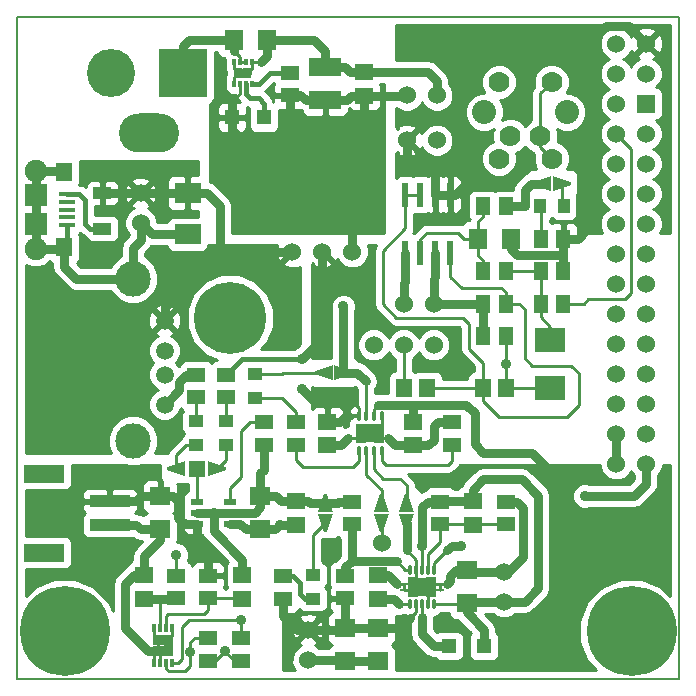
<source format=gtl>
G04 (created by PCBNEW (2013-07-07 BZR 4022)-stable) date 08-Nov-13 3:33:41 PM*
%MOIN*%
G04 Gerber Fmt 3.4, Leading zero omitted, Abs format*
%FSLAX34Y34*%
G01*
G70*
G90*
G04 APERTURE LIST*
%ADD10C,0.00590551*%
%ADD11R,0.0610236X0.0531496*%
%ADD12R,0.0511811X0.0511811*%
%ADD13R,0.059X0.0512*%
%ADD14C,0.07*%
%ADD15C,0.08*%
%ADD16R,0.0433071X0.023622*%
%ADD17R,0.0531496X0.0610236*%
%ADD18R,0.0874016X0.0688976*%
%ADD19R,0.05X0.04*%
%ADD20R,0.0984252X0.0787402*%
%ADD21R,0.0629921X0.0393701*%
%ADD22R,0.1337X0.059*%
%ADD23R,0.1377X0.0392*%
%ADD24C,0.06*%
%ADD25C,0.16*%
%ADD26R,0.16X0.16*%
%ADD27O,0.2X0.13*%
%ADD28R,0.024X0.08*%
%ADD29R,0.0512X0.059*%
%ADD30R,0.054X0.016*%
%ADD31R,0.056X0.063*%
%ADD32R,0.075X0.075*%
%ADD33C,0.075*%
%ADD34O,0.0110236X0.0334646*%
%ADD35R,0.0299213X0.0645669*%
%ADD36R,0.0322835X0.0322835*%
%ADD37R,0.0275591X0.0110236*%
%ADD38C,0.0591*%
%ADD39C,0.1181*%
%ADD40O,0.0137795X0.0334646*%
%ADD41R,0.0299213X0.0649606*%
%ADD42R,0.0322835X0.0324803*%
%ADD43R,0.011811X0.0275591*%
%ADD44R,0.0322835X0.0346457*%
%ADD45C,0.3*%
%ADD46R,0.06X0.06*%
%ADD47C,0.24*%
%ADD48R,0.063X0.071*%
%ADD49R,0.106X0.063*%
%ADD50R,0.071X0.063*%
%ADD51R,0.04X0.05*%
%ADD52R,0.0551181X0.0551181*%
%ADD53R,0.011811X0.019685*%
%ADD54R,0.0314961X0.0354331*%
%ADD55C,0.035*%
%ADD56C,0.01*%
%ADD57C,0.03*%
%ADD58C,0.015*%
G04 APERTURE END LIST*
G54D10*
X36122Y-29429D02*
X58169Y-29429D01*
X36122Y-7381D02*
X58169Y-7381D01*
X36122Y-29429D02*
X36122Y-7381D01*
X58169Y-7381D02*
X58169Y-29429D01*
G54D11*
X47677Y-9212D03*
X47677Y-10000D03*
X51299Y-24301D03*
X51299Y-23513D03*
X48129Y-25984D03*
X48129Y-26771D03*
G54D12*
X51673Y-28346D03*
X50492Y-28346D03*
G54D13*
X43070Y-19310D03*
X43070Y-20060D03*
X42086Y-20060D03*
X42086Y-19310D03*
X44330Y-20884D03*
X44330Y-21634D03*
X50216Y-23532D03*
X50216Y-24282D03*
X45196Y-9231D03*
X45196Y-9981D03*
X47047Y-26752D03*
X47047Y-26002D03*
X44980Y-26772D03*
X44980Y-26022D03*
X50590Y-21634D03*
X50590Y-20884D03*
X45393Y-21634D03*
X45393Y-20884D03*
X52401Y-24282D03*
X52401Y-23532D03*
X47263Y-24282D03*
X47263Y-23532D03*
X42480Y-26002D03*
X42480Y-26752D03*
G54D10*
G36*
X46427Y-24532D02*
X46327Y-24532D01*
X46127Y-23932D01*
X46627Y-23932D01*
X46427Y-24532D01*
X46427Y-24532D01*
G37*
G36*
X46627Y-23882D02*
X46127Y-23882D01*
X46327Y-23282D01*
X46427Y-23282D01*
X46627Y-23882D01*
X46627Y-23882D01*
G37*
G54D14*
X53926Y-9547D03*
X52176Y-9547D03*
G54D15*
X54426Y-10547D03*
X51676Y-10547D03*
G54D14*
X52176Y-12097D03*
X53926Y-12097D03*
X52551Y-11347D03*
X53551Y-11347D03*
G54D16*
X42096Y-23533D03*
X42096Y-24281D03*
X42096Y-23907D03*
X43198Y-24281D03*
X43198Y-23533D03*
G54D11*
X46456Y-21653D03*
X46456Y-20866D03*
X49291Y-21653D03*
X49291Y-20866D03*
X45393Y-23513D03*
X45393Y-24301D03*
G54D17*
X48996Y-19744D03*
X49783Y-19744D03*
G54D11*
X43622Y-25984D03*
X43622Y-26771D03*
X40344Y-25984D03*
X40344Y-26771D03*
G54D17*
X52421Y-19744D03*
X51633Y-19744D03*
G54D18*
X41801Y-14625D03*
X41801Y-13248D03*
G54D19*
X42086Y-21659D03*
X42086Y-20859D03*
X43070Y-20859D03*
X43070Y-21659D03*
X45964Y-26777D03*
X45964Y-25977D03*
X44055Y-19285D03*
X44055Y-20085D03*
G54D20*
X53887Y-19744D03*
X53887Y-18129D03*
G54D21*
X38956Y-13248D03*
X38956Y-14429D03*
G54D22*
X37017Y-22599D03*
G54D23*
X39202Y-23524D03*
X39202Y-24310D03*
G54D22*
X37017Y-25235D03*
G54D24*
X47996Y-18307D03*
X48996Y-18307D03*
X49996Y-18307D03*
X49106Y-9990D03*
X50106Y-9990D03*
X49996Y-16929D03*
X48996Y-16929D03*
X52342Y-26877D03*
X52342Y-25877D03*
X45807Y-27807D03*
X45807Y-28807D03*
X49106Y-11486D03*
X50106Y-11486D03*
G54D25*
X39242Y-9251D03*
G54D26*
X41642Y-9251D03*
G54D27*
X40492Y-11251D03*
G54D28*
X49053Y-13301D03*
X49053Y-15242D03*
X49553Y-13301D03*
X50053Y-13301D03*
X50553Y-13301D03*
X49553Y-15242D03*
X50053Y-15242D03*
X50553Y-15242D03*
G54D13*
X41417Y-26002D03*
X41417Y-26752D03*
X43562Y-28839D03*
X43562Y-28089D03*
X42480Y-28839D03*
X42480Y-28089D03*
G54D29*
X51652Y-18011D03*
X52402Y-18011D03*
X51652Y-16929D03*
X52402Y-16929D03*
X54312Y-15846D03*
X53562Y-15846D03*
X53562Y-16929D03*
X54312Y-16929D03*
X52402Y-15846D03*
X51652Y-15846D03*
G54D10*
G36*
X48217Y-23282D02*
X48317Y-23282D01*
X48517Y-23882D01*
X48017Y-23882D01*
X48217Y-23282D01*
X48217Y-23282D01*
G37*
G36*
X48017Y-23932D02*
X48517Y-23932D01*
X48317Y-24532D01*
X48217Y-24532D01*
X48017Y-23932D01*
X48017Y-23932D01*
G37*
G36*
X49044Y-23282D02*
X49144Y-23282D01*
X49344Y-23882D01*
X48844Y-23882D01*
X49044Y-23282D01*
X49044Y-23282D01*
G37*
G36*
X48844Y-23932D02*
X49344Y-23932D01*
X49144Y-24532D01*
X49044Y-24532D01*
X48844Y-23932D01*
X48844Y-23932D01*
G37*
G54D24*
X48267Y-24911D03*
G54D30*
X37775Y-13799D03*
X37775Y-14055D03*
X37775Y-14311D03*
X37775Y-13543D03*
X37775Y-13287D03*
G54D31*
X37675Y-12549D03*
X37675Y-15049D03*
G54D32*
X36725Y-13324D03*
X36725Y-14274D03*
G54D33*
X36725Y-12499D03*
X36725Y-15099D03*
G54D34*
X50000Y-25797D03*
X49803Y-25797D03*
X49606Y-25797D03*
X49409Y-25797D03*
X49212Y-25797D03*
X49212Y-26958D03*
X49409Y-26958D03*
X49606Y-26958D03*
X49803Y-26958D03*
X50000Y-26958D03*
G54D35*
X49606Y-26377D03*
G54D36*
X49299Y-26539D03*
X49299Y-26216D03*
X49913Y-26216D03*
X49913Y-26539D03*
G54D37*
X49000Y-26279D03*
X49000Y-26476D03*
X50212Y-26279D03*
X50212Y-26476D03*
G54D38*
X41023Y-20297D03*
X41023Y-19297D03*
X41023Y-18497D03*
X41023Y-17497D03*
G54D39*
X39973Y-21497D03*
X39973Y-16097D03*
G54D40*
X48257Y-20679D03*
X48001Y-20679D03*
X47746Y-20679D03*
X47490Y-20679D03*
X47490Y-21840D03*
X47746Y-21840D03*
X48000Y-21840D03*
X48257Y-21840D03*
G54D41*
X47874Y-21259D03*
G54D42*
X47566Y-21422D03*
X47566Y-21097D03*
X48181Y-21097D03*
X48181Y-21422D03*
G54D43*
X41279Y-27755D03*
X41082Y-27755D03*
X40885Y-27755D03*
X40688Y-27755D03*
X40688Y-28897D03*
X40885Y-28897D03*
X41082Y-28897D03*
X41279Y-28897D03*
G54D44*
X41145Y-28500D03*
X40822Y-28500D03*
X41145Y-28153D03*
X40822Y-28153D03*
G54D45*
X37696Y-27854D03*
X56594Y-27854D03*
G54D24*
X40226Y-13250D03*
X40226Y-14250D03*
X56084Y-8271D03*
X57084Y-8271D03*
X56084Y-9271D03*
X57084Y-9271D03*
X56084Y-10271D03*
G54D46*
X57084Y-10271D03*
G54D24*
X56084Y-11271D03*
X57084Y-11271D03*
X56084Y-12271D03*
X57084Y-12271D03*
X56084Y-13271D03*
X57084Y-13271D03*
X56084Y-14271D03*
X57084Y-14271D03*
X56084Y-15271D03*
X57084Y-15271D03*
X56084Y-16271D03*
X57084Y-16271D03*
X56084Y-17271D03*
X57084Y-17271D03*
X56084Y-18271D03*
X57084Y-18271D03*
X56084Y-19271D03*
X57084Y-19271D03*
X56084Y-20271D03*
X57084Y-20271D03*
G54D47*
X43208Y-17411D03*
G54D48*
X43337Y-8149D03*
X44437Y-8149D03*
G54D49*
X46377Y-10156D03*
X46377Y-9056D03*
G54D50*
X44222Y-24457D03*
X44222Y-23357D03*
X40875Y-23357D03*
X40875Y-24457D03*
X51102Y-26927D03*
X51102Y-25827D03*
X47047Y-27757D03*
X47047Y-28857D03*
G54D48*
X52577Y-14763D03*
X51477Y-14763D03*
G54D50*
X48149Y-27757D03*
X48149Y-28857D03*
G54D51*
X53537Y-13681D03*
X54337Y-13681D03*
G54D24*
X45289Y-15206D03*
X46289Y-15206D03*
X47289Y-15206D03*
G54D29*
X54312Y-14763D03*
X53562Y-14763D03*
X51652Y-13681D03*
X52402Y-13681D03*
G54D10*
G36*
X47288Y-19182D02*
X47288Y-19282D01*
X46688Y-19482D01*
X46688Y-18982D01*
X47288Y-19182D01*
X47288Y-19182D01*
G37*
G36*
X46638Y-18982D02*
X46638Y-19482D01*
X46038Y-19282D01*
X46038Y-19182D01*
X46638Y-18982D01*
X46638Y-18982D01*
G37*
G36*
X41121Y-22481D02*
X41121Y-22381D01*
X41721Y-22181D01*
X41721Y-22681D01*
X41121Y-22481D01*
X41121Y-22481D01*
G37*
G36*
X42471Y-22681D02*
X42471Y-22181D01*
X43071Y-22381D01*
X43071Y-22481D01*
X42471Y-22681D01*
X42471Y-22681D01*
G37*
G54D52*
X42096Y-22431D03*
G54D12*
X44340Y-10728D03*
X43277Y-10728D03*
G54D53*
X43336Y-9616D03*
X43533Y-9616D03*
X43730Y-9616D03*
X43927Y-9616D03*
X43927Y-8868D03*
X43730Y-8868D03*
X43533Y-8868D03*
X43336Y-8868D03*
G54D54*
X43474Y-9242D03*
X43789Y-9242D03*
G54D24*
X56084Y-21271D03*
X56084Y-22271D03*
X57084Y-21271D03*
X57084Y-22271D03*
G54D10*
G36*
X54562Y-12883D02*
X54562Y-12983D01*
X53962Y-13183D01*
X53962Y-12683D01*
X54562Y-12883D01*
X54562Y-12883D01*
G37*
G36*
X53912Y-12683D02*
X53912Y-13183D01*
X53312Y-12983D01*
X53312Y-12883D01*
X53912Y-12683D01*
X53912Y-12683D01*
G37*
G54D55*
X43031Y-28523D03*
X41417Y-25305D03*
X44872Y-24301D03*
X45610Y-18769D03*
X45610Y-19773D03*
X46988Y-17027D03*
X41889Y-28543D03*
X43562Y-27480D03*
X49606Y-25000D03*
X42480Y-25088D03*
X50895Y-25000D03*
X55039Y-23346D03*
X53031Y-13681D03*
X42657Y-23907D03*
X52421Y-18946D03*
G54D56*
X43562Y-28839D02*
X43347Y-28839D01*
X43347Y-28839D02*
X43031Y-28523D01*
X42480Y-28839D02*
X42715Y-28839D01*
X42715Y-28839D02*
X43031Y-28523D01*
X41417Y-25305D02*
X41417Y-26002D01*
G54D57*
X48857Y-27757D02*
X48857Y-28522D01*
X51072Y-20305D02*
X49291Y-20305D01*
X51643Y-21899D02*
X53257Y-21899D01*
X51358Y-21614D02*
X51643Y-21899D01*
X51358Y-20590D02*
X51358Y-21614D01*
X51072Y-20305D02*
X51358Y-20590D01*
X53257Y-21899D02*
X53986Y-22627D01*
X53986Y-22627D02*
X53986Y-27509D01*
X52480Y-29015D02*
X53986Y-27509D01*
X49350Y-29015D02*
X52480Y-29015D01*
X48857Y-28522D02*
X49350Y-29015D01*
G54D56*
X49409Y-26958D02*
X49409Y-27204D01*
G54D57*
X48857Y-27757D02*
X48149Y-27757D01*
G54D56*
X49409Y-27204D02*
X49202Y-27411D01*
G54D57*
X49202Y-27411D02*
X48857Y-27757D01*
X45807Y-27807D02*
X46997Y-27807D01*
X46997Y-27807D02*
X47047Y-27757D01*
X44980Y-26772D02*
X44980Y-27342D01*
X45444Y-27807D02*
X45807Y-27807D01*
X44980Y-27342D02*
X45444Y-27807D01*
X47047Y-27757D02*
X47047Y-26752D01*
X49291Y-20866D02*
X49291Y-20305D01*
X48129Y-20305D02*
X49291Y-20305D01*
G54D56*
X48001Y-20433D02*
X48129Y-20305D01*
X48001Y-20679D02*
X48001Y-20433D01*
G54D57*
X48149Y-27757D02*
X47047Y-27757D01*
X45196Y-9981D02*
X45196Y-11072D01*
X43277Y-11141D02*
X43277Y-10728D01*
X43513Y-11377D02*
X43277Y-11141D01*
X44891Y-11377D02*
X43513Y-11377D01*
X45196Y-11072D02*
X44891Y-11377D01*
X47677Y-10000D02*
X47677Y-10561D01*
X47289Y-10948D02*
X47289Y-15206D01*
X47677Y-10561D02*
X47289Y-10948D01*
X47677Y-10000D02*
X49096Y-10000D01*
X49096Y-10000D02*
X49106Y-9990D01*
X46377Y-10156D02*
X47097Y-10156D01*
X47253Y-10000D02*
X47677Y-10000D01*
X47097Y-10156D02*
X47253Y-10000D01*
X45196Y-9981D02*
X45552Y-9981D01*
X45727Y-10156D02*
X46377Y-10156D01*
X45552Y-9981D02*
X45727Y-10156D01*
G54D56*
X43533Y-9616D02*
X43533Y-9931D01*
G54D57*
X43277Y-10187D02*
X43277Y-10728D01*
G54D56*
X43533Y-9931D02*
X43277Y-10187D01*
G54D57*
X46456Y-20866D02*
X46889Y-20866D01*
G54D56*
X47076Y-20679D02*
X47490Y-20679D01*
G54D57*
X46889Y-20866D02*
X47076Y-20679D01*
X47293Y-20216D02*
X46053Y-20216D01*
X46053Y-20216D02*
X45610Y-19773D01*
X46289Y-15206D02*
X46289Y-18090D01*
X46289Y-18090D02*
X45610Y-18769D01*
G54D58*
X43611Y-18769D02*
X43070Y-19310D01*
X45610Y-18769D02*
X43611Y-18769D01*
G54D57*
X45393Y-24301D02*
X44872Y-24301D01*
X44715Y-24457D02*
X44222Y-24457D01*
X44872Y-24301D02*
X44715Y-24457D01*
X44222Y-24457D02*
X43729Y-24457D01*
X43553Y-24281D02*
X43198Y-24281D01*
X43729Y-24457D02*
X43553Y-24281D01*
G54D56*
X47490Y-20679D02*
X47490Y-20413D01*
X47490Y-20413D02*
X47293Y-20216D01*
G54D57*
X46988Y-17027D02*
X46988Y-19232D01*
X46988Y-17027D02*
X46988Y-17027D01*
X51652Y-16929D02*
X51652Y-18011D01*
G54D56*
X47746Y-20679D02*
X47746Y-19527D01*
G54D57*
X47746Y-19527D02*
X47450Y-19232D01*
X47450Y-19232D02*
X46988Y-19232D01*
X49996Y-16929D02*
X51652Y-16929D01*
X50053Y-15242D02*
X50053Y-16059D01*
X49996Y-16116D02*
X49996Y-16929D01*
X50053Y-16059D02*
X49996Y-16116D01*
X51092Y-11909D02*
X51092Y-12923D01*
X51092Y-12923D02*
X50714Y-13301D01*
X55255Y-8169D02*
X51653Y-8169D01*
X50714Y-13301D02*
X50553Y-13301D01*
X50885Y-11702D02*
X51092Y-11909D01*
X50885Y-8937D02*
X50885Y-11702D01*
X51653Y-8169D02*
X50885Y-8937D01*
X55255Y-14320D02*
X55255Y-8169D01*
X55255Y-8169D02*
X55738Y-7687D01*
X55738Y-7687D02*
X56500Y-7687D01*
X56500Y-7687D02*
X57084Y-8271D01*
X54312Y-14763D02*
X54812Y-14763D01*
X54812Y-14763D02*
X55255Y-14320D01*
X54312Y-15324D02*
X52785Y-15324D01*
X52577Y-15116D02*
X52577Y-14763D01*
X52785Y-15324D02*
X52577Y-15116D01*
X54312Y-14763D02*
X54312Y-15324D01*
X54312Y-15324D02*
X54312Y-15846D01*
X50053Y-13301D02*
X50053Y-12641D01*
X49106Y-12157D02*
X49106Y-11486D01*
X49330Y-12381D02*
X49106Y-12157D01*
X49793Y-12381D02*
X49330Y-12381D01*
X50053Y-12641D02*
X49793Y-12381D01*
X50553Y-13301D02*
X50053Y-13301D01*
X41023Y-17497D02*
X41023Y-17037D01*
X41023Y-17037D02*
X42864Y-15196D01*
X42864Y-15196D02*
X42864Y-13671D01*
X41801Y-13248D02*
X42440Y-13248D01*
X42864Y-13671D02*
X42440Y-13248D01*
X42864Y-15196D02*
X42864Y-15206D01*
X45289Y-15206D02*
X42864Y-15206D01*
X40226Y-13250D02*
X41799Y-13250D01*
X41799Y-13250D02*
X41801Y-13248D01*
X38956Y-13248D02*
X40224Y-13248D01*
X40224Y-13248D02*
X40226Y-13250D01*
G54D56*
X47746Y-21840D02*
X47746Y-22637D01*
X48267Y-23159D02*
X48267Y-23582D01*
X47746Y-22637D02*
X48267Y-23159D01*
X48000Y-21840D02*
X48000Y-22448D01*
X49094Y-22982D02*
X49094Y-23582D01*
X48877Y-22765D02*
X49094Y-22982D01*
X48316Y-22765D02*
X48877Y-22765D01*
X48000Y-22448D02*
X48316Y-22765D01*
G54D57*
X47047Y-26002D02*
X47047Y-25718D01*
X47047Y-25718D02*
X47263Y-25501D01*
X47263Y-24282D02*
X47263Y-25501D01*
G54D56*
X49212Y-25797D02*
X49055Y-25797D01*
X49055Y-25797D02*
X48759Y-25501D01*
G54D57*
X48759Y-25501D02*
X47263Y-25501D01*
G54D56*
X54312Y-16929D02*
X54990Y-16929D01*
X56584Y-11771D02*
X56084Y-11271D01*
X56584Y-16564D02*
X56584Y-11771D01*
X56368Y-16781D02*
X56584Y-16564D01*
X55137Y-16781D02*
X56368Y-16781D01*
X54990Y-16929D02*
X55137Y-16781D01*
X48257Y-21840D02*
X48257Y-22165D01*
X50590Y-22185D02*
X50590Y-21634D01*
X50472Y-22303D02*
X50590Y-22185D01*
X48395Y-22303D02*
X50472Y-22303D01*
X48257Y-22165D02*
X48395Y-22303D01*
G54D57*
X50492Y-28346D02*
X50000Y-28346D01*
G54D56*
X49606Y-27391D02*
X49606Y-26958D01*
G54D57*
X49606Y-27952D02*
X49606Y-27391D01*
X50000Y-28346D02*
X49606Y-27952D01*
G54D56*
X44330Y-20884D02*
X43888Y-20884D01*
X43198Y-23090D02*
X43198Y-23533D01*
X43582Y-22706D02*
X43198Y-23090D01*
X43582Y-21190D02*
X43582Y-22706D01*
X43888Y-20884D02*
X43582Y-21190D01*
G54D57*
X56084Y-21271D02*
X56084Y-22271D01*
X43337Y-8149D02*
X41840Y-8149D01*
X41642Y-8348D02*
X41642Y-9251D01*
X41840Y-8149D02*
X41642Y-8348D01*
G54D56*
X43533Y-8868D02*
X43533Y-8720D01*
G54D57*
X43337Y-8524D02*
X43337Y-8149D01*
G54D56*
X43533Y-8720D02*
X43337Y-8524D01*
X43533Y-8868D02*
X43730Y-8868D01*
X41889Y-28543D02*
X41889Y-29015D01*
X41082Y-29114D02*
X41082Y-28897D01*
X41161Y-29192D02*
X41082Y-29114D01*
X41712Y-29192D02*
X41161Y-29192D01*
X41889Y-29015D02*
X41712Y-29192D01*
X41889Y-28228D02*
X41889Y-28543D01*
X42480Y-28089D02*
X42028Y-28089D01*
X42028Y-28089D02*
X41889Y-28228D01*
X41594Y-27716D02*
X41594Y-28779D01*
X41476Y-28897D02*
X41279Y-28897D01*
X41594Y-28779D02*
X41476Y-28897D01*
X43562Y-27480D02*
X41830Y-27480D01*
X41830Y-27480D02*
X41594Y-27716D01*
X43562Y-27480D02*
X43562Y-28089D01*
X42096Y-22431D02*
X42096Y-23533D01*
X50216Y-24282D02*
X50216Y-24862D01*
X50216Y-24862D02*
X49803Y-25275D01*
X49803Y-25797D02*
X49803Y-25275D01*
X50216Y-24282D02*
X51280Y-24282D01*
X51280Y-24282D02*
X51299Y-24301D01*
X52401Y-24282D02*
X51317Y-24282D01*
X51317Y-24282D02*
X51299Y-24301D01*
G54D57*
X48129Y-26771D02*
X48661Y-26771D01*
G54D56*
X48848Y-26958D02*
X49212Y-26958D01*
G54D57*
X48661Y-26771D02*
X48848Y-26958D01*
X52342Y-26877D02*
X51152Y-26877D01*
X51152Y-26877D02*
X51102Y-26927D01*
X52342Y-26877D02*
X53023Y-26877D01*
X51299Y-23129D02*
X51299Y-23513D01*
X51299Y-23129D02*
X51643Y-22785D01*
X51643Y-22785D02*
X52923Y-22785D01*
X52923Y-22785D02*
X53474Y-23336D01*
X53474Y-23336D02*
X53474Y-26427D01*
X53023Y-26877D02*
X53474Y-26427D01*
X51102Y-26927D02*
X51102Y-27224D01*
X51102Y-27224D02*
X51673Y-27795D01*
X51673Y-27795D02*
X51673Y-28346D01*
X50895Y-25000D02*
X50590Y-25000D01*
X50590Y-25000D02*
X50433Y-25157D01*
G54D56*
X50000Y-25797D02*
X50000Y-25590D01*
X50000Y-25590D02*
X50433Y-25157D01*
X49606Y-25797D02*
X49606Y-25000D01*
G54D57*
X49606Y-25000D02*
X49606Y-23720D01*
X49606Y-23720D02*
X49794Y-23532D01*
X49794Y-23532D02*
X50216Y-23532D01*
X51299Y-23513D02*
X50235Y-23513D01*
X50235Y-23513D02*
X50216Y-23532D01*
G54D56*
X50000Y-26958D02*
X51071Y-26958D01*
G54D57*
X51071Y-26958D02*
X51102Y-26927D01*
X42096Y-24281D02*
X42096Y-24704D01*
X42096Y-24704D02*
X42480Y-25088D01*
X42480Y-25088D02*
X42480Y-26002D01*
X40875Y-23357D02*
X41320Y-23357D01*
X41692Y-24281D02*
X42096Y-24281D01*
X41486Y-24074D02*
X41692Y-24281D01*
X41486Y-23523D02*
X41486Y-24074D01*
X41320Y-23357D02*
X41486Y-23523D01*
X39202Y-23524D02*
X40087Y-23524D01*
X40254Y-23357D02*
X40875Y-23357D01*
X40087Y-23524D02*
X40254Y-23357D01*
X40344Y-25984D02*
X40000Y-25984D01*
X40468Y-28500D02*
X40822Y-28500D01*
X39714Y-27746D02*
X40468Y-28500D01*
X39714Y-26269D02*
X39714Y-27746D01*
X40000Y-25984D02*
X39714Y-26269D01*
G54D56*
X40822Y-28153D02*
X40822Y-28500D01*
G54D57*
X57084Y-22271D02*
X57084Y-22935D01*
X56673Y-23346D02*
X55039Y-23346D01*
X57084Y-22935D02*
X56673Y-23346D01*
X52342Y-25877D02*
X51152Y-25877D01*
X51152Y-25877D02*
X51102Y-25827D01*
X52342Y-25877D02*
X52458Y-25877D01*
X52764Y-23532D02*
X52972Y-23740D01*
X52972Y-23740D02*
X52972Y-25364D01*
X52764Y-23532D02*
X52401Y-23532D01*
X52458Y-25877D02*
X52972Y-25364D01*
X45807Y-28807D02*
X46997Y-28807D01*
X46997Y-28807D02*
X47047Y-28857D01*
X53612Y-12933D02*
X53248Y-12933D01*
X53031Y-13149D02*
X53031Y-13681D01*
X53248Y-12933D02*
X53031Y-13149D01*
X53031Y-13681D02*
X52402Y-13681D01*
X44222Y-23357D02*
X44222Y-22588D01*
X44330Y-22480D02*
X44330Y-21634D01*
X44222Y-22588D02*
X44330Y-22480D01*
X42086Y-19310D02*
X41752Y-19310D01*
X41505Y-19815D02*
X41023Y-20297D01*
X41505Y-19557D02*
X41505Y-19815D01*
X41752Y-19310D02*
X41505Y-19557D01*
X42657Y-23907D02*
X42657Y-24507D01*
X42657Y-24507D02*
X43622Y-25472D01*
X43622Y-25472D02*
X43622Y-25984D01*
X42096Y-23907D02*
X42657Y-23907D01*
X42657Y-23907D02*
X44035Y-23907D01*
X44035Y-23907D02*
X44222Y-23720D01*
X44222Y-23720D02*
X44222Y-23357D01*
G54D56*
X49409Y-25797D02*
X49409Y-26106D01*
X49409Y-26106D02*
X49299Y-26216D01*
G54D57*
X51102Y-25827D02*
X50727Y-25827D01*
G54D56*
X50442Y-26279D02*
X50212Y-26279D01*
G54D57*
X50551Y-26171D02*
X50442Y-26279D01*
X50551Y-26003D02*
X50551Y-26171D01*
X50727Y-25827D02*
X50551Y-26003D01*
X48129Y-25984D02*
X48464Y-25984D01*
G54D56*
X48759Y-26279D02*
X49000Y-26279D01*
G54D57*
X48464Y-25984D02*
X48759Y-26279D01*
G54D56*
X49000Y-26476D02*
X49236Y-26476D01*
X49236Y-26476D02*
X49299Y-26539D01*
X50212Y-26279D02*
X49976Y-26279D01*
X49976Y-26279D02*
X49913Y-26216D01*
X49803Y-26958D02*
X49803Y-26649D01*
X49803Y-26649D02*
X49913Y-26539D01*
G54D57*
X49606Y-26377D02*
X49751Y-26377D01*
X49751Y-26377D02*
X49913Y-26539D01*
X49606Y-26377D02*
X49460Y-26377D01*
X49460Y-26377D02*
X49299Y-26216D01*
G54D56*
X50212Y-26279D02*
X50212Y-26476D01*
G54D57*
X49913Y-26216D02*
X49913Y-26539D01*
X49299Y-26216D02*
X49299Y-26539D01*
G54D56*
X49000Y-26279D02*
X49000Y-26476D01*
G54D57*
X49094Y-24232D02*
X49094Y-25157D01*
G54D56*
X49409Y-25472D02*
X49409Y-25797D01*
X49094Y-25157D02*
X49409Y-25472D01*
G54D57*
X47047Y-28857D02*
X48149Y-28857D01*
G54D56*
X40885Y-28897D02*
X40885Y-28562D01*
X40885Y-28562D02*
X40822Y-28500D01*
X40688Y-28897D02*
X40688Y-28633D01*
X40688Y-28633D02*
X40822Y-28500D01*
X40688Y-27755D02*
X40688Y-28019D01*
X40688Y-28019D02*
X40822Y-28153D01*
G54D57*
X41145Y-28500D02*
X41145Y-28153D01*
X40822Y-28500D02*
X41145Y-28500D01*
X41145Y-28153D02*
X40822Y-28153D01*
G54D56*
X41279Y-27755D02*
X41279Y-28019D01*
X41279Y-28019D02*
X41145Y-28153D01*
G54D57*
X40875Y-24457D02*
X40875Y-24822D01*
X40344Y-25354D02*
X40344Y-25984D01*
X40875Y-24822D02*
X40344Y-25354D01*
X47263Y-23532D02*
X46831Y-23532D01*
X46781Y-23582D02*
X46377Y-23582D01*
X46831Y-23532D02*
X46781Y-23582D01*
X45393Y-23513D02*
X45816Y-23513D01*
X45816Y-23513D02*
X45885Y-23582D01*
X45885Y-23582D02*
X46377Y-23582D01*
X44222Y-23357D02*
X44735Y-23357D01*
X44735Y-23357D02*
X44891Y-23513D01*
X44891Y-23513D02*
X45393Y-23513D01*
X39202Y-24310D02*
X40087Y-24310D01*
X40235Y-24457D02*
X40875Y-24457D01*
X40087Y-24310D02*
X40235Y-24457D01*
X48181Y-21422D02*
X48036Y-21422D01*
X48036Y-21422D02*
X47874Y-21259D01*
X47566Y-21097D02*
X47711Y-21097D01*
X47711Y-21097D02*
X47874Y-21259D01*
X48181Y-21422D02*
X48181Y-21097D01*
X47566Y-21422D02*
X47566Y-21097D01*
X46456Y-21653D02*
X46919Y-21653D01*
G54D56*
X47150Y-21422D02*
X47566Y-21422D01*
G54D57*
X46919Y-21653D02*
X47150Y-21422D01*
X50590Y-20884D02*
X50128Y-20884D01*
X49812Y-21653D02*
X49291Y-21653D01*
X50000Y-21466D02*
X49812Y-21653D01*
X50000Y-21013D02*
X50000Y-21466D01*
X50128Y-20884D02*
X50000Y-21013D01*
G54D56*
X48181Y-21422D02*
X48479Y-21422D01*
G54D57*
X48710Y-21653D02*
X49291Y-21653D01*
X48479Y-21422D02*
X48710Y-21653D01*
G54D56*
X48257Y-20679D02*
X48257Y-21020D01*
X48257Y-21020D02*
X48181Y-21097D01*
G54D57*
X49053Y-15242D02*
X49053Y-16202D01*
X48996Y-16259D02*
X48996Y-16929D01*
X49053Y-16202D02*
X48996Y-16259D01*
X37675Y-15049D02*
X37675Y-15697D01*
X38075Y-16097D02*
X39973Y-16097D01*
X37675Y-15697D02*
X38075Y-16097D01*
X40226Y-14250D02*
X40226Y-14822D01*
X40226Y-14822D02*
X39973Y-15075D01*
X39973Y-15075D02*
X39973Y-16097D01*
X41801Y-14625D02*
X40602Y-14625D01*
X40602Y-14625D02*
X40226Y-14250D01*
G54D58*
X37775Y-14311D02*
X37775Y-14949D01*
G54D57*
X37775Y-14949D02*
X37675Y-15049D01*
X36725Y-12499D02*
X37625Y-12499D01*
X37625Y-12499D02*
X37675Y-12549D01*
X36725Y-15099D02*
X37625Y-15099D01*
X37625Y-15099D02*
X37675Y-15049D01*
X36725Y-13324D02*
X36725Y-12499D01*
X36725Y-14274D02*
X36725Y-13324D01*
X36725Y-15099D02*
X36725Y-14274D01*
X44437Y-8149D02*
X46013Y-8149D01*
X46377Y-8513D02*
X46377Y-9056D01*
X46013Y-8149D02*
X46377Y-8513D01*
G54D56*
X43927Y-8868D02*
X44232Y-8868D01*
G54D57*
X44437Y-8662D02*
X44437Y-8149D01*
X44232Y-8868D02*
X44437Y-8662D01*
X47677Y-9212D02*
X49822Y-9212D01*
X50106Y-9496D02*
X50106Y-9990D01*
X49822Y-9212D02*
X50106Y-9496D01*
X47677Y-9212D02*
X47194Y-9212D01*
X47194Y-9212D02*
X47038Y-9056D01*
X47038Y-9056D02*
X46377Y-9056D01*
G54D56*
X43336Y-9616D02*
X43336Y-9379D01*
X43336Y-9379D02*
X43474Y-9242D01*
X43927Y-8868D02*
X43927Y-9104D01*
X43927Y-9104D02*
X43789Y-9242D01*
X43336Y-8868D02*
X43336Y-9104D01*
X43336Y-9104D02*
X43474Y-9242D01*
G54D57*
X43474Y-9242D02*
X43789Y-9242D01*
G54D58*
X43730Y-9616D02*
X43730Y-9950D01*
X43730Y-9950D02*
X43868Y-10088D01*
X43868Y-10088D02*
X44163Y-10088D01*
X44163Y-10088D02*
X44340Y-10265D01*
X44340Y-10265D02*
X44340Y-10728D01*
X43927Y-9616D02*
X44163Y-9616D01*
X44548Y-9231D02*
X45196Y-9231D01*
X44163Y-9616D02*
X44548Y-9231D01*
G54D56*
X43070Y-21659D02*
X43070Y-22131D01*
X43070Y-22131D02*
X42771Y-22431D01*
X41421Y-22431D02*
X41421Y-21993D01*
X41755Y-21659D02*
X42086Y-21659D01*
X41421Y-21993D02*
X41755Y-21659D01*
X54262Y-12933D02*
X54262Y-13606D01*
X54262Y-13606D02*
X54337Y-13681D01*
X43070Y-20859D02*
X43070Y-20060D01*
X42086Y-20859D02*
X42086Y-20060D01*
X48996Y-19744D02*
X48996Y-18307D01*
X41082Y-27755D02*
X41083Y-27341D01*
X42480Y-27135D02*
X42480Y-26752D01*
X42342Y-27273D02*
X42480Y-27135D01*
X41151Y-27273D02*
X42342Y-27273D01*
X41083Y-27341D02*
X41151Y-27273D01*
X42480Y-26752D02*
X43603Y-26752D01*
X43603Y-26752D02*
X43622Y-26771D01*
X53551Y-11347D02*
X53551Y-9922D01*
X53551Y-9922D02*
X53926Y-9547D01*
X53551Y-11347D02*
X53551Y-11722D01*
X53551Y-11722D02*
X53926Y-12097D01*
X52421Y-19744D02*
X52421Y-18946D01*
X52421Y-18946D02*
X52421Y-18030D01*
X52421Y-18030D02*
X52402Y-18011D01*
X53887Y-19744D02*
X52421Y-19744D01*
X51633Y-19744D02*
X51633Y-18897D01*
X50964Y-17401D02*
X48750Y-17401D01*
X51171Y-17608D02*
X50964Y-17401D01*
X51171Y-18435D02*
X51171Y-17608D01*
X51633Y-18897D02*
X51171Y-18435D01*
X49053Y-13301D02*
X49053Y-14421D01*
X48307Y-15167D02*
X48307Y-16958D01*
X48307Y-16958D02*
X48750Y-17401D01*
X49053Y-14421D02*
X48307Y-15167D01*
X52402Y-16929D02*
X52402Y-16556D01*
X50553Y-16035D02*
X50553Y-15242D01*
X50925Y-16407D02*
X50553Y-16035D01*
X52253Y-16407D02*
X50925Y-16407D01*
X52402Y-16556D02*
X52253Y-16407D01*
X52402Y-16929D02*
X52844Y-16929D01*
X51633Y-20177D02*
X51633Y-19744D01*
X52175Y-20718D02*
X51633Y-20177D01*
X54438Y-20718D02*
X52175Y-20718D01*
X54832Y-20324D02*
X54438Y-20718D01*
X54832Y-19251D02*
X54832Y-20324D01*
X54576Y-18996D02*
X54832Y-19251D01*
X53267Y-18996D02*
X54576Y-18996D01*
X53031Y-18759D02*
X53267Y-18996D01*
X53031Y-17116D02*
X53031Y-18759D01*
X52844Y-16929D02*
X53031Y-17116D01*
X49783Y-19744D02*
X51633Y-19744D01*
X49553Y-13301D02*
X49053Y-13301D01*
X51477Y-14763D02*
X51013Y-14763D01*
X49773Y-14566D02*
X49553Y-14787D01*
X50816Y-14566D02*
X49773Y-14566D01*
X51013Y-14763D02*
X50816Y-14566D01*
X49553Y-14787D02*
X49553Y-15242D01*
X51477Y-14763D02*
X51477Y-14201D01*
X51477Y-14201D02*
X51652Y-14026D01*
X51652Y-15846D02*
X51652Y-15500D01*
X51477Y-15325D02*
X51477Y-14763D01*
X51652Y-15500D02*
X51477Y-15325D01*
X51652Y-14026D02*
X51652Y-13681D01*
X53562Y-16929D02*
X53562Y-17390D01*
X53887Y-17716D02*
X53887Y-18129D01*
X53562Y-17390D02*
X53887Y-17716D01*
X53562Y-15846D02*
X53562Y-16929D01*
X52402Y-15846D02*
X53562Y-15846D01*
X53562Y-14763D02*
X53562Y-13706D01*
X53562Y-13706D02*
X53537Y-13681D01*
X47490Y-21840D02*
X47490Y-22194D01*
X45393Y-22145D02*
X45393Y-21634D01*
X45629Y-22381D02*
X45393Y-22145D01*
X47303Y-22381D02*
X45629Y-22381D01*
X47490Y-22194D02*
X47303Y-22381D01*
X44055Y-20085D02*
X44947Y-20085D01*
X45393Y-20531D02*
X45393Y-20884D01*
X44947Y-20085D02*
X45393Y-20531D01*
X48267Y-24232D02*
X48267Y-24911D01*
X40885Y-27755D02*
X40887Y-26771D01*
G54D57*
X40887Y-26771D02*
X40905Y-26771D01*
X40344Y-26771D02*
X40905Y-26771D01*
X40905Y-26771D02*
X41398Y-26771D01*
X41398Y-26771D02*
X41417Y-26752D01*
G54D58*
X44980Y-26022D02*
X45313Y-26022D01*
X45714Y-26777D02*
X45964Y-26777D01*
X45551Y-26614D02*
X45714Y-26777D01*
X45551Y-26259D02*
X45551Y-26614D01*
X45313Y-26022D02*
X45551Y-26259D01*
X37775Y-13287D02*
X38188Y-13287D01*
X38188Y-13287D02*
X38375Y-13474D01*
X38375Y-13474D02*
X38375Y-14271D01*
X38375Y-14271D02*
X38533Y-14429D01*
X38533Y-14429D02*
X38956Y-14429D01*
G54D56*
X44055Y-19285D02*
X44927Y-19285D01*
X44980Y-19232D02*
X46338Y-19232D01*
X44927Y-19285D02*
X44980Y-19232D01*
X45964Y-25977D02*
X45964Y-24645D01*
X45964Y-24645D02*
X46377Y-24232D01*
G54D10*
G36*
X48345Y-14585D02*
X48232Y-14585D01*
X48232Y-10315D01*
X48232Y-10112D01*
X48169Y-10050D01*
X47727Y-10050D01*
X47727Y-10453D01*
X47789Y-10515D01*
X47932Y-10515D01*
X48032Y-10515D01*
X48124Y-10477D01*
X48194Y-10407D01*
X48232Y-10315D01*
X48232Y-14585D01*
X47627Y-14585D01*
X43783Y-14585D01*
X43783Y-10934D01*
X43783Y-10840D01*
X43720Y-10778D01*
X43327Y-10778D01*
X43327Y-11171D01*
X43390Y-11234D01*
X43582Y-11234D01*
X43674Y-11196D01*
X43745Y-11126D01*
X43783Y-11034D01*
X43783Y-10934D01*
X43783Y-14585D01*
X43264Y-14585D01*
X43264Y-13671D01*
X43233Y-13518D01*
X43233Y-13518D01*
X43227Y-13508D01*
X43227Y-11171D01*
X43227Y-10778D01*
X43227Y-10678D01*
X43227Y-10284D01*
X43165Y-10222D01*
X42972Y-10222D01*
X42880Y-10260D01*
X42809Y-10330D01*
X42771Y-10422D01*
X42771Y-10521D01*
X42771Y-10615D01*
X42834Y-10678D01*
X43227Y-10678D01*
X43227Y-10778D01*
X42834Y-10778D01*
X42771Y-10840D01*
X42771Y-10934D01*
X42771Y-11034D01*
X42809Y-11126D01*
X42880Y-11196D01*
X42972Y-11234D01*
X43165Y-11234D01*
X43227Y-11171D01*
X43227Y-13508D01*
X43204Y-13475D01*
X43147Y-13388D01*
X43147Y-13388D01*
X42723Y-12965D01*
X42594Y-12878D01*
X42568Y-12873D01*
X42540Y-12867D01*
X42540Y-10281D01*
X42583Y-10264D01*
X42653Y-10193D01*
X42692Y-10101D01*
X42692Y-10002D01*
X42692Y-8549D01*
X42772Y-8549D01*
X42772Y-8554D01*
X42810Y-8646D01*
X42880Y-8716D01*
X42972Y-8754D01*
X43019Y-8754D01*
X43027Y-8766D01*
X43027Y-8819D01*
X43027Y-9016D01*
X43036Y-9038D01*
X43036Y-9104D01*
X43059Y-9219D01*
X43066Y-9230D01*
X43066Y-9253D01*
X43059Y-9265D01*
X43036Y-9379D01*
X43036Y-9446D01*
X43027Y-9467D01*
X43027Y-9567D01*
X43027Y-9764D01*
X43065Y-9855D01*
X43135Y-9926D01*
X43227Y-9964D01*
X43327Y-9964D01*
X43408Y-9964D01*
X43430Y-10075D01*
X43500Y-10180D01*
X43542Y-10222D01*
X43390Y-10222D01*
X43327Y-10284D01*
X43327Y-10678D01*
X43720Y-10678D01*
X43783Y-10615D01*
X43783Y-10521D01*
X43783Y-10422D01*
X43771Y-10394D01*
X43840Y-10408D01*
X43834Y-10422D01*
X43834Y-10521D01*
X43834Y-11033D01*
X43872Y-11125D01*
X43942Y-11196D01*
X44034Y-11234D01*
X44134Y-11234D01*
X44645Y-11234D01*
X44737Y-11196D01*
X44808Y-11126D01*
X44846Y-11034D01*
X44846Y-10934D01*
X44846Y-10485D01*
X44851Y-10487D01*
X44951Y-10487D01*
X45084Y-10487D01*
X45146Y-10424D01*
X45146Y-10031D01*
X44714Y-10031D01*
X44651Y-10093D01*
X44651Y-10196D01*
X44640Y-10141D01*
X44640Y-10141D01*
X44570Y-10035D01*
X44393Y-9858D01*
X44383Y-9852D01*
X44383Y-9852D01*
X44393Y-9845D01*
X44666Y-9572D01*
X44680Y-9606D01*
X44651Y-9675D01*
X44651Y-9868D01*
X44714Y-9931D01*
X45146Y-9931D01*
X45146Y-9923D01*
X45246Y-9923D01*
X45246Y-9931D01*
X45254Y-9931D01*
X45254Y-10031D01*
X45246Y-10031D01*
X45246Y-10424D01*
X45309Y-10487D01*
X45442Y-10487D01*
X45541Y-10487D01*
X45597Y-10463D01*
X45597Y-10520D01*
X45635Y-10612D01*
X45706Y-10683D01*
X45798Y-10721D01*
X45897Y-10721D01*
X46265Y-10721D01*
X46327Y-10658D01*
X46327Y-10206D01*
X46320Y-10206D01*
X46320Y-10106D01*
X46327Y-10106D01*
X46327Y-10098D01*
X46427Y-10098D01*
X46427Y-10106D01*
X46435Y-10106D01*
X46435Y-10206D01*
X46427Y-10206D01*
X46427Y-10658D01*
X46490Y-10721D01*
X46858Y-10721D01*
X46957Y-10721D01*
X47049Y-10683D01*
X47120Y-10612D01*
X47157Y-10520D01*
X47157Y-10402D01*
X47159Y-10407D01*
X47230Y-10477D01*
X47322Y-10515D01*
X47421Y-10515D01*
X47564Y-10515D01*
X47627Y-10453D01*
X47627Y-10050D01*
X47619Y-10050D01*
X47619Y-9950D01*
X47627Y-9950D01*
X47627Y-9942D01*
X47727Y-9942D01*
X47727Y-9950D01*
X48169Y-9950D01*
X48232Y-9887D01*
X48232Y-9684D01*
X48202Y-9612D01*
X48345Y-9612D01*
X48345Y-11013D01*
X48345Y-14585D01*
X48345Y-14585D01*
G37*
G54D56*
X48345Y-14585D02*
X48232Y-14585D01*
X48232Y-10315D01*
X48232Y-10112D01*
X48169Y-10050D01*
X47727Y-10050D01*
X47727Y-10453D01*
X47789Y-10515D01*
X47932Y-10515D01*
X48032Y-10515D01*
X48124Y-10477D01*
X48194Y-10407D01*
X48232Y-10315D01*
X48232Y-14585D01*
X47627Y-14585D01*
X43783Y-14585D01*
X43783Y-10934D01*
X43783Y-10840D01*
X43720Y-10778D01*
X43327Y-10778D01*
X43327Y-11171D01*
X43390Y-11234D01*
X43582Y-11234D01*
X43674Y-11196D01*
X43745Y-11126D01*
X43783Y-11034D01*
X43783Y-10934D01*
X43783Y-14585D01*
X43264Y-14585D01*
X43264Y-13671D01*
X43233Y-13518D01*
X43233Y-13518D01*
X43227Y-13508D01*
X43227Y-11171D01*
X43227Y-10778D01*
X43227Y-10678D01*
X43227Y-10284D01*
X43165Y-10222D01*
X42972Y-10222D01*
X42880Y-10260D01*
X42809Y-10330D01*
X42771Y-10422D01*
X42771Y-10521D01*
X42771Y-10615D01*
X42834Y-10678D01*
X43227Y-10678D01*
X43227Y-10778D01*
X42834Y-10778D01*
X42771Y-10840D01*
X42771Y-10934D01*
X42771Y-11034D01*
X42809Y-11126D01*
X42880Y-11196D01*
X42972Y-11234D01*
X43165Y-11234D01*
X43227Y-11171D01*
X43227Y-13508D01*
X43204Y-13475D01*
X43147Y-13388D01*
X43147Y-13388D01*
X42723Y-12965D01*
X42594Y-12878D01*
X42568Y-12873D01*
X42540Y-12867D01*
X42540Y-10281D01*
X42583Y-10264D01*
X42653Y-10193D01*
X42692Y-10101D01*
X42692Y-10002D01*
X42692Y-8549D01*
X42772Y-8549D01*
X42772Y-8554D01*
X42810Y-8646D01*
X42880Y-8716D01*
X42972Y-8754D01*
X43019Y-8754D01*
X43027Y-8766D01*
X43027Y-8819D01*
X43027Y-9016D01*
X43036Y-9038D01*
X43036Y-9104D01*
X43059Y-9219D01*
X43066Y-9230D01*
X43066Y-9253D01*
X43059Y-9265D01*
X43036Y-9379D01*
X43036Y-9446D01*
X43027Y-9467D01*
X43027Y-9567D01*
X43027Y-9764D01*
X43065Y-9855D01*
X43135Y-9926D01*
X43227Y-9964D01*
X43327Y-9964D01*
X43408Y-9964D01*
X43430Y-10075D01*
X43500Y-10180D01*
X43542Y-10222D01*
X43390Y-10222D01*
X43327Y-10284D01*
X43327Y-10678D01*
X43720Y-10678D01*
X43783Y-10615D01*
X43783Y-10521D01*
X43783Y-10422D01*
X43771Y-10394D01*
X43840Y-10408D01*
X43834Y-10422D01*
X43834Y-10521D01*
X43834Y-11033D01*
X43872Y-11125D01*
X43942Y-11196D01*
X44034Y-11234D01*
X44134Y-11234D01*
X44645Y-11234D01*
X44737Y-11196D01*
X44808Y-11126D01*
X44846Y-11034D01*
X44846Y-10934D01*
X44846Y-10485D01*
X44851Y-10487D01*
X44951Y-10487D01*
X45084Y-10487D01*
X45146Y-10424D01*
X45146Y-10031D01*
X44714Y-10031D01*
X44651Y-10093D01*
X44651Y-10196D01*
X44640Y-10141D01*
X44640Y-10141D01*
X44570Y-10035D01*
X44393Y-9858D01*
X44383Y-9852D01*
X44383Y-9852D01*
X44393Y-9845D01*
X44666Y-9572D01*
X44680Y-9606D01*
X44651Y-9675D01*
X44651Y-9868D01*
X44714Y-9931D01*
X45146Y-9931D01*
X45146Y-9923D01*
X45246Y-9923D01*
X45246Y-9931D01*
X45254Y-9931D01*
X45254Y-10031D01*
X45246Y-10031D01*
X45246Y-10424D01*
X45309Y-10487D01*
X45442Y-10487D01*
X45541Y-10487D01*
X45597Y-10463D01*
X45597Y-10520D01*
X45635Y-10612D01*
X45706Y-10683D01*
X45798Y-10721D01*
X45897Y-10721D01*
X46265Y-10721D01*
X46327Y-10658D01*
X46327Y-10206D01*
X46320Y-10206D01*
X46320Y-10106D01*
X46327Y-10106D01*
X46327Y-10098D01*
X46427Y-10098D01*
X46427Y-10106D01*
X46435Y-10106D01*
X46435Y-10206D01*
X46427Y-10206D01*
X46427Y-10658D01*
X46490Y-10721D01*
X46858Y-10721D01*
X46957Y-10721D01*
X47049Y-10683D01*
X47120Y-10612D01*
X47157Y-10520D01*
X47157Y-10402D01*
X47159Y-10407D01*
X47230Y-10477D01*
X47322Y-10515D01*
X47421Y-10515D01*
X47564Y-10515D01*
X47627Y-10453D01*
X47627Y-10050D01*
X47619Y-10050D01*
X47619Y-9950D01*
X47627Y-9950D01*
X47627Y-9942D01*
X47727Y-9942D01*
X47727Y-9950D01*
X48169Y-9950D01*
X48232Y-9887D01*
X48232Y-9684D01*
X48202Y-9612D01*
X48345Y-9612D01*
X48345Y-11013D01*
X48345Y-14585D01*
G54D10*
G36*
X57889Y-14585D02*
X57639Y-14585D01*
X57639Y-8353D01*
X57628Y-8134D01*
X57565Y-7983D01*
X57470Y-7956D01*
X57399Y-8027D01*
X57399Y-7885D01*
X57372Y-7790D01*
X57166Y-7716D01*
X56947Y-7727D01*
X56796Y-7790D01*
X56769Y-7885D01*
X57084Y-8200D01*
X57399Y-7885D01*
X57399Y-8027D01*
X57155Y-8271D01*
X57470Y-8586D01*
X57565Y-8559D01*
X57639Y-8353D01*
X57639Y-14585D01*
X57548Y-14585D01*
X57550Y-14583D01*
X57634Y-14381D01*
X57634Y-14162D01*
X57551Y-13960D01*
X57396Y-13805D01*
X57314Y-13771D01*
X57395Y-13738D01*
X57550Y-13583D01*
X57634Y-13381D01*
X57634Y-13162D01*
X57551Y-12960D01*
X57396Y-12805D01*
X57314Y-12771D01*
X57395Y-12738D01*
X57550Y-12583D01*
X57634Y-12381D01*
X57634Y-12162D01*
X57551Y-11960D01*
X57396Y-11805D01*
X57314Y-11771D01*
X57395Y-11738D01*
X57550Y-11583D01*
X57634Y-11381D01*
X57634Y-11162D01*
X57551Y-10960D01*
X57412Y-10821D01*
X57434Y-10821D01*
X57526Y-10783D01*
X57596Y-10713D01*
X57634Y-10621D01*
X57634Y-10522D01*
X57634Y-9922D01*
X57596Y-9830D01*
X57526Y-9759D01*
X57434Y-9721D01*
X57412Y-9721D01*
X57550Y-9583D01*
X57634Y-9381D01*
X57634Y-9162D01*
X57551Y-8960D01*
X57396Y-8805D01*
X57320Y-8774D01*
X57372Y-8752D01*
X57399Y-8657D01*
X57084Y-8342D01*
X56769Y-8657D01*
X56796Y-8752D01*
X56852Y-8772D01*
X56773Y-8805D01*
X56618Y-8959D01*
X56584Y-9041D01*
X56551Y-8960D01*
X56396Y-8805D01*
X56314Y-8771D01*
X56395Y-8738D01*
X56550Y-8583D01*
X56582Y-8507D01*
X56603Y-8559D01*
X56698Y-8586D01*
X57013Y-8271D01*
X56698Y-7956D01*
X56603Y-7983D01*
X56583Y-8039D01*
X56551Y-7960D01*
X56396Y-7805D01*
X56194Y-7721D01*
X55975Y-7721D01*
X55773Y-7805D01*
X55618Y-7959D01*
X55534Y-8161D01*
X55534Y-8380D01*
X55618Y-8582D01*
X55772Y-8737D01*
X55854Y-8771D01*
X55773Y-8805D01*
X55618Y-8959D01*
X55534Y-9161D01*
X55534Y-9380D01*
X55618Y-9582D01*
X55772Y-9737D01*
X55854Y-9771D01*
X55773Y-9805D01*
X55618Y-9959D01*
X55534Y-10161D01*
X55534Y-10380D01*
X55618Y-10582D01*
X55772Y-10737D01*
X55854Y-10771D01*
X55773Y-10805D01*
X55618Y-10959D01*
X55534Y-11161D01*
X55534Y-11380D01*
X55618Y-11582D01*
X55772Y-11737D01*
X55854Y-11771D01*
X55773Y-11805D01*
X55618Y-11959D01*
X55534Y-12161D01*
X55534Y-12380D01*
X55618Y-12582D01*
X55772Y-12737D01*
X55854Y-12771D01*
X55773Y-12805D01*
X55618Y-12959D01*
X55534Y-13161D01*
X55534Y-13380D01*
X55618Y-13582D01*
X55772Y-13737D01*
X55854Y-13771D01*
X55773Y-13805D01*
X55618Y-13959D01*
X55534Y-14161D01*
X55534Y-14380D01*
X55618Y-14582D01*
X55621Y-14585D01*
X54818Y-14585D01*
X54818Y-14518D01*
X54817Y-14418D01*
X54779Y-14326D01*
X54709Y-14256D01*
X54617Y-14218D01*
X54424Y-14218D01*
X54362Y-14281D01*
X54362Y-14585D01*
X54262Y-14585D01*
X54262Y-14281D01*
X54199Y-14218D01*
X54006Y-14218D01*
X53936Y-14247D01*
X53867Y-14218D01*
X53862Y-14218D01*
X53862Y-14149D01*
X53878Y-14143D01*
X53937Y-14084D01*
X53995Y-14142D01*
X54087Y-14181D01*
X54186Y-14181D01*
X54586Y-14181D01*
X54678Y-14143D01*
X54748Y-14072D01*
X54786Y-13981D01*
X54787Y-13881D01*
X54787Y-13381D01*
X54766Y-13332D01*
X54773Y-13324D01*
X54811Y-13233D01*
X54812Y-13133D01*
X54812Y-12633D01*
X54774Y-12541D01*
X54703Y-12471D01*
X54611Y-12433D01*
X54512Y-12433D01*
X54436Y-12433D01*
X54526Y-12217D01*
X54526Y-11978D01*
X54435Y-11757D01*
X54266Y-11588D01*
X54124Y-11530D01*
X54151Y-11467D01*
X54151Y-11228D01*
X54105Y-11117D01*
X54296Y-11197D01*
X54554Y-11197D01*
X54793Y-11098D01*
X54976Y-10915D01*
X55076Y-10677D01*
X55076Y-10418D01*
X54977Y-10179D01*
X54794Y-9996D01*
X54556Y-9897D01*
X54424Y-9897D01*
X54434Y-9887D01*
X54526Y-9667D01*
X54526Y-9428D01*
X54435Y-9207D01*
X54266Y-9038D01*
X54046Y-8947D01*
X53807Y-8947D01*
X53586Y-9038D01*
X53417Y-9206D01*
X53326Y-9427D01*
X53326Y-9666D01*
X53342Y-9706D01*
X53339Y-9710D01*
X53274Y-9807D01*
X53251Y-9922D01*
X53251Y-10822D01*
X53211Y-10838D01*
X53051Y-10998D01*
X52891Y-10838D01*
X52671Y-10747D01*
X52432Y-10747D01*
X52268Y-10814D01*
X52326Y-10677D01*
X52326Y-10418D01*
X52227Y-10179D01*
X52195Y-10147D01*
X52295Y-10147D01*
X52515Y-10056D01*
X52684Y-9887D01*
X52776Y-9667D01*
X52776Y-9428D01*
X52685Y-9207D01*
X52516Y-9038D01*
X52296Y-8947D01*
X52057Y-8947D01*
X51836Y-9038D01*
X51667Y-9206D01*
X51576Y-9427D01*
X51576Y-9666D01*
X51667Y-9886D01*
X51677Y-9897D01*
X51547Y-9897D01*
X51308Y-9995D01*
X51125Y-10178D01*
X51026Y-10417D01*
X51026Y-10675D01*
X51124Y-10914D01*
X51307Y-11097D01*
X51546Y-11197D01*
X51804Y-11197D01*
X51996Y-11118D01*
X51951Y-11227D01*
X51951Y-11466D01*
X51977Y-11530D01*
X51836Y-11588D01*
X51667Y-11756D01*
X51576Y-11977D01*
X51576Y-12216D01*
X51667Y-12436D01*
X51835Y-12605D01*
X52056Y-12697D01*
X52295Y-12697D01*
X52515Y-12606D01*
X52684Y-12437D01*
X52776Y-12217D01*
X52776Y-11978D01*
X52749Y-11914D01*
X52890Y-11856D01*
X53051Y-11695D01*
X53210Y-11855D01*
X53315Y-11899D01*
X53339Y-11934D01*
X53342Y-11937D01*
X53326Y-11977D01*
X53326Y-12216D01*
X53415Y-12433D01*
X53262Y-12433D01*
X53170Y-12471D01*
X53100Y-12541D01*
X53089Y-12567D01*
X53051Y-12592D01*
X52965Y-12650D01*
X52748Y-12866D01*
X52661Y-12996D01*
X52656Y-13021D01*
X52634Y-13136D01*
X52609Y-13136D01*
X52097Y-13136D01*
X52027Y-13164D01*
X51958Y-13136D01*
X51859Y-13136D01*
X51347Y-13136D01*
X51255Y-13174D01*
X51184Y-13244D01*
X51146Y-13336D01*
X51146Y-13435D01*
X51146Y-14025D01*
X51184Y-14117D01*
X51192Y-14125D01*
X51186Y-14158D01*
X51113Y-14158D01*
X51021Y-14196D01*
X50950Y-14266D01*
X50939Y-14294D01*
X50931Y-14289D01*
X50923Y-14288D01*
X50923Y-13651D01*
X50923Y-12950D01*
X50923Y-12851D01*
X50884Y-12759D01*
X50814Y-12689D01*
X50722Y-12651D01*
X50665Y-12651D01*
X50656Y-12660D01*
X50656Y-11377D01*
X50572Y-11175D01*
X50418Y-11020D01*
X50216Y-10936D01*
X49997Y-10936D01*
X49795Y-11019D01*
X49640Y-11174D01*
X49608Y-11249D01*
X49587Y-11198D01*
X49492Y-11171D01*
X49421Y-11241D01*
X49177Y-11486D01*
X49492Y-11801D01*
X49587Y-11774D01*
X49607Y-11718D01*
X49639Y-11797D01*
X49794Y-11952D01*
X49996Y-12036D01*
X50215Y-12036D01*
X50417Y-11952D01*
X50572Y-11798D01*
X50656Y-11596D01*
X50656Y-11377D01*
X50656Y-12660D01*
X50603Y-12713D01*
X50603Y-13251D01*
X50860Y-13251D01*
X50923Y-13188D01*
X50923Y-12950D01*
X50923Y-13651D01*
X50923Y-13413D01*
X50860Y-13351D01*
X50603Y-13351D01*
X50603Y-13888D01*
X50665Y-13951D01*
X50722Y-13951D01*
X50814Y-13913D01*
X50884Y-13842D01*
X50923Y-13751D01*
X50923Y-13651D01*
X50923Y-14288D01*
X50816Y-14266D01*
X50503Y-14266D01*
X50503Y-13888D01*
X50503Y-13351D01*
X50503Y-13251D01*
X50503Y-12713D01*
X50440Y-12651D01*
X50383Y-12651D01*
X50303Y-12684D01*
X50222Y-12651D01*
X50165Y-12651D01*
X50103Y-12713D01*
X50103Y-13251D01*
X50245Y-13251D01*
X50360Y-13251D01*
X50503Y-13251D01*
X50503Y-13351D01*
X50360Y-13351D01*
X50245Y-13351D01*
X50103Y-13351D01*
X50103Y-13888D01*
X50165Y-13951D01*
X50222Y-13951D01*
X50303Y-13917D01*
X50383Y-13951D01*
X50440Y-13951D01*
X50503Y-13888D01*
X50503Y-14266D01*
X49773Y-14266D01*
X49658Y-14289D01*
X49561Y-14354D01*
X49341Y-14575D01*
X49333Y-14585D01*
X49297Y-14585D01*
X49330Y-14536D01*
X49353Y-14421D01*
X49353Y-14421D01*
X49353Y-13938D01*
X49383Y-13951D01*
X49482Y-13951D01*
X49722Y-13951D01*
X49803Y-13917D01*
X49883Y-13951D01*
X49940Y-13951D01*
X50003Y-13888D01*
X50003Y-13351D01*
X49995Y-13351D01*
X49995Y-13251D01*
X50003Y-13251D01*
X50003Y-12713D01*
X49940Y-12651D01*
X49883Y-12651D01*
X49803Y-12684D01*
X49723Y-12651D01*
X49623Y-12651D01*
X49421Y-12651D01*
X49383Y-12651D01*
X49303Y-12684D01*
X49223Y-12651D01*
X49123Y-12651D01*
X48883Y-12651D01*
X48791Y-12689D01*
X48740Y-12739D01*
X48740Y-11912D01*
X48745Y-11917D01*
X48791Y-11872D01*
X48818Y-11967D01*
X49024Y-12041D01*
X49243Y-12030D01*
X49394Y-11967D01*
X49421Y-11872D01*
X49106Y-11556D01*
X49100Y-11562D01*
X49030Y-11491D01*
X49035Y-11486D01*
X49030Y-11480D01*
X49100Y-11409D01*
X49106Y-11415D01*
X49421Y-11100D01*
X49394Y-11004D01*
X49188Y-10931D01*
X48969Y-10942D01*
X48818Y-11004D01*
X48791Y-11100D01*
X48745Y-11055D01*
X48740Y-11059D01*
X48740Y-10402D01*
X48794Y-10456D01*
X48996Y-10540D01*
X49215Y-10540D01*
X49417Y-10456D01*
X49572Y-10302D01*
X49606Y-10220D01*
X49639Y-10301D01*
X49794Y-10456D01*
X49996Y-10540D01*
X50215Y-10540D01*
X50417Y-10456D01*
X50572Y-10302D01*
X50656Y-10100D01*
X50656Y-9881D01*
X50572Y-9679D01*
X50506Y-9612D01*
X50506Y-9496D01*
X50506Y-9496D01*
X50475Y-9342D01*
X50475Y-9342D01*
X50447Y-9299D01*
X50389Y-9213D01*
X50389Y-9213D01*
X50105Y-8929D01*
X49975Y-8843D01*
X49950Y-8837D01*
X49822Y-8812D01*
X48740Y-8812D01*
X48740Y-7661D01*
X57889Y-7661D01*
X57889Y-14585D01*
X57889Y-14585D01*
G37*
G54D56*
X57889Y-14585D02*
X57639Y-14585D01*
X57639Y-8353D01*
X57628Y-8134D01*
X57565Y-7983D01*
X57470Y-7956D01*
X57399Y-8027D01*
X57399Y-7885D01*
X57372Y-7790D01*
X57166Y-7716D01*
X56947Y-7727D01*
X56796Y-7790D01*
X56769Y-7885D01*
X57084Y-8200D01*
X57399Y-7885D01*
X57399Y-8027D01*
X57155Y-8271D01*
X57470Y-8586D01*
X57565Y-8559D01*
X57639Y-8353D01*
X57639Y-14585D01*
X57548Y-14585D01*
X57550Y-14583D01*
X57634Y-14381D01*
X57634Y-14162D01*
X57551Y-13960D01*
X57396Y-13805D01*
X57314Y-13771D01*
X57395Y-13738D01*
X57550Y-13583D01*
X57634Y-13381D01*
X57634Y-13162D01*
X57551Y-12960D01*
X57396Y-12805D01*
X57314Y-12771D01*
X57395Y-12738D01*
X57550Y-12583D01*
X57634Y-12381D01*
X57634Y-12162D01*
X57551Y-11960D01*
X57396Y-11805D01*
X57314Y-11771D01*
X57395Y-11738D01*
X57550Y-11583D01*
X57634Y-11381D01*
X57634Y-11162D01*
X57551Y-10960D01*
X57412Y-10821D01*
X57434Y-10821D01*
X57526Y-10783D01*
X57596Y-10713D01*
X57634Y-10621D01*
X57634Y-10522D01*
X57634Y-9922D01*
X57596Y-9830D01*
X57526Y-9759D01*
X57434Y-9721D01*
X57412Y-9721D01*
X57550Y-9583D01*
X57634Y-9381D01*
X57634Y-9162D01*
X57551Y-8960D01*
X57396Y-8805D01*
X57320Y-8774D01*
X57372Y-8752D01*
X57399Y-8657D01*
X57084Y-8342D01*
X56769Y-8657D01*
X56796Y-8752D01*
X56852Y-8772D01*
X56773Y-8805D01*
X56618Y-8959D01*
X56584Y-9041D01*
X56551Y-8960D01*
X56396Y-8805D01*
X56314Y-8771D01*
X56395Y-8738D01*
X56550Y-8583D01*
X56582Y-8507D01*
X56603Y-8559D01*
X56698Y-8586D01*
X57013Y-8271D01*
X56698Y-7956D01*
X56603Y-7983D01*
X56583Y-8039D01*
X56551Y-7960D01*
X56396Y-7805D01*
X56194Y-7721D01*
X55975Y-7721D01*
X55773Y-7805D01*
X55618Y-7959D01*
X55534Y-8161D01*
X55534Y-8380D01*
X55618Y-8582D01*
X55772Y-8737D01*
X55854Y-8771D01*
X55773Y-8805D01*
X55618Y-8959D01*
X55534Y-9161D01*
X55534Y-9380D01*
X55618Y-9582D01*
X55772Y-9737D01*
X55854Y-9771D01*
X55773Y-9805D01*
X55618Y-9959D01*
X55534Y-10161D01*
X55534Y-10380D01*
X55618Y-10582D01*
X55772Y-10737D01*
X55854Y-10771D01*
X55773Y-10805D01*
X55618Y-10959D01*
X55534Y-11161D01*
X55534Y-11380D01*
X55618Y-11582D01*
X55772Y-11737D01*
X55854Y-11771D01*
X55773Y-11805D01*
X55618Y-11959D01*
X55534Y-12161D01*
X55534Y-12380D01*
X55618Y-12582D01*
X55772Y-12737D01*
X55854Y-12771D01*
X55773Y-12805D01*
X55618Y-12959D01*
X55534Y-13161D01*
X55534Y-13380D01*
X55618Y-13582D01*
X55772Y-13737D01*
X55854Y-13771D01*
X55773Y-13805D01*
X55618Y-13959D01*
X55534Y-14161D01*
X55534Y-14380D01*
X55618Y-14582D01*
X55621Y-14585D01*
X54818Y-14585D01*
X54818Y-14518D01*
X54817Y-14418D01*
X54779Y-14326D01*
X54709Y-14256D01*
X54617Y-14218D01*
X54424Y-14218D01*
X54362Y-14281D01*
X54362Y-14585D01*
X54262Y-14585D01*
X54262Y-14281D01*
X54199Y-14218D01*
X54006Y-14218D01*
X53936Y-14247D01*
X53867Y-14218D01*
X53862Y-14218D01*
X53862Y-14149D01*
X53878Y-14143D01*
X53937Y-14084D01*
X53995Y-14142D01*
X54087Y-14181D01*
X54186Y-14181D01*
X54586Y-14181D01*
X54678Y-14143D01*
X54748Y-14072D01*
X54786Y-13981D01*
X54787Y-13881D01*
X54787Y-13381D01*
X54766Y-13332D01*
X54773Y-13324D01*
X54811Y-13233D01*
X54812Y-13133D01*
X54812Y-12633D01*
X54774Y-12541D01*
X54703Y-12471D01*
X54611Y-12433D01*
X54512Y-12433D01*
X54436Y-12433D01*
X54526Y-12217D01*
X54526Y-11978D01*
X54435Y-11757D01*
X54266Y-11588D01*
X54124Y-11530D01*
X54151Y-11467D01*
X54151Y-11228D01*
X54105Y-11117D01*
X54296Y-11197D01*
X54554Y-11197D01*
X54793Y-11098D01*
X54976Y-10915D01*
X55076Y-10677D01*
X55076Y-10418D01*
X54977Y-10179D01*
X54794Y-9996D01*
X54556Y-9897D01*
X54424Y-9897D01*
X54434Y-9887D01*
X54526Y-9667D01*
X54526Y-9428D01*
X54435Y-9207D01*
X54266Y-9038D01*
X54046Y-8947D01*
X53807Y-8947D01*
X53586Y-9038D01*
X53417Y-9206D01*
X53326Y-9427D01*
X53326Y-9666D01*
X53342Y-9706D01*
X53339Y-9710D01*
X53274Y-9807D01*
X53251Y-9922D01*
X53251Y-10822D01*
X53211Y-10838D01*
X53051Y-10998D01*
X52891Y-10838D01*
X52671Y-10747D01*
X52432Y-10747D01*
X52268Y-10814D01*
X52326Y-10677D01*
X52326Y-10418D01*
X52227Y-10179D01*
X52195Y-10147D01*
X52295Y-10147D01*
X52515Y-10056D01*
X52684Y-9887D01*
X52776Y-9667D01*
X52776Y-9428D01*
X52685Y-9207D01*
X52516Y-9038D01*
X52296Y-8947D01*
X52057Y-8947D01*
X51836Y-9038D01*
X51667Y-9206D01*
X51576Y-9427D01*
X51576Y-9666D01*
X51667Y-9886D01*
X51677Y-9897D01*
X51547Y-9897D01*
X51308Y-9995D01*
X51125Y-10178D01*
X51026Y-10417D01*
X51026Y-10675D01*
X51124Y-10914D01*
X51307Y-11097D01*
X51546Y-11197D01*
X51804Y-11197D01*
X51996Y-11118D01*
X51951Y-11227D01*
X51951Y-11466D01*
X51977Y-11530D01*
X51836Y-11588D01*
X51667Y-11756D01*
X51576Y-11977D01*
X51576Y-12216D01*
X51667Y-12436D01*
X51835Y-12605D01*
X52056Y-12697D01*
X52295Y-12697D01*
X52515Y-12606D01*
X52684Y-12437D01*
X52776Y-12217D01*
X52776Y-11978D01*
X52749Y-11914D01*
X52890Y-11856D01*
X53051Y-11695D01*
X53210Y-11855D01*
X53315Y-11899D01*
X53339Y-11934D01*
X53342Y-11937D01*
X53326Y-11977D01*
X53326Y-12216D01*
X53415Y-12433D01*
X53262Y-12433D01*
X53170Y-12471D01*
X53100Y-12541D01*
X53089Y-12567D01*
X53051Y-12592D01*
X52965Y-12650D01*
X52748Y-12866D01*
X52661Y-12996D01*
X52656Y-13021D01*
X52634Y-13136D01*
X52609Y-13136D01*
X52097Y-13136D01*
X52027Y-13164D01*
X51958Y-13136D01*
X51859Y-13136D01*
X51347Y-13136D01*
X51255Y-13174D01*
X51184Y-13244D01*
X51146Y-13336D01*
X51146Y-13435D01*
X51146Y-14025D01*
X51184Y-14117D01*
X51192Y-14125D01*
X51186Y-14158D01*
X51113Y-14158D01*
X51021Y-14196D01*
X50950Y-14266D01*
X50939Y-14294D01*
X50931Y-14289D01*
X50923Y-14288D01*
X50923Y-13651D01*
X50923Y-12950D01*
X50923Y-12851D01*
X50884Y-12759D01*
X50814Y-12689D01*
X50722Y-12651D01*
X50665Y-12651D01*
X50656Y-12660D01*
X50656Y-11377D01*
X50572Y-11175D01*
X50418Y-11020D01*
X50216Y-10936D01*
X49997Y-10936D01*
X49795Y-11019D01*
X49640Y-11174D01*
X49608Y-11249D01*
X49587Y-11198D01*
X49492Y-11171D01*
X49421Y-11241D01*
X49177Y-11486D01*
X49492Y-11801D01*
X49587Y-11774D01*
X49607Y-11718D01*
X49639Y-11797D01*
X49794Y-11952D01*
X49996Y-12036D01*
X50215Y-12036D01*
X50417Y-11952D01*
X50572Y-11798D01*
X50656Y-11596D01*
X50656Y-11377D01*
X50656Y-12660D01*
X50603Y-12713D01*
X50603Y-13251D01*
X50860Y-13251D01*
X50923Y-13188D01*
X50923Y-12950D01*
X50923Y-13651D01*
X50923Y-13413D01*
X50860Y-13351D01*
X50603Y-13351D01*
X50603Y-13888D01*
X50665Y-13951D01*
X50722Y-13951D01*
X50814Y-13913D01*
X50884Y-13842D01*
X50923Y-13751D01*
X50923Y-13651D01*
X50923Y-14288D01*
X50816Y-14266D01*
X50503Y-14266D01*
X50503Y-13888D01*
X50503Y-13351D01*
X50503Y-13251D01*
X50503Y-12713D01*
X50440Y-12651D01*
X50383Y-12651D01*
X50303Y-12684D01*
X50222Y-12651D01*
X50165Y-12651D01*
X50103Y-12713D01*
X50103Y-13251D01*
X50245Y-13251D01*
X50360Y-13251D01*
X50503Y-13251D01*
X50503Y-13351D01*
X50360Y-13351D01*
X50245Y-13351D01*
X50103Y-13351D01*
X50103Y-13888D01*
X50165Y-13951D01*
X50222Y-13951D01*
X50303Y-13917D01*
X50383Y-13951D01*
X50440Y-13951D01*
X50503Y-13888D01*
X50503Y-14266D01*
X49773Y-14266D01*
X49658Y-14289D01*
X49561Y-14354D01*
X49341Y-14575D01*
X49333Y-14585D01*
X49297Y-14585D01*
X49330Y-14536D01*
X49353Y-14421D01*
X49353Y-14421D01*
X49353Y-13938D01*
X49383Y-13951D01*
X49482Y-13951D01*
X49722Y-13951D01*
X49803Y-13917D01*
X49883Y-13951D01*
X49940Y-13951D01*
X50003Y-13888D01*
X50003Y-13351D01*
X49995Y-13351D01*
X49995Y-13251D01*
X50003Y-13251D01*
X50003Y-12713D01*
X49940Y-12651D01*
X49883Y-12651D01*
X49803Y-12684D01*
X49723Y-12651D01*
X49623Y-12651D01*
X49421Y-12651D01*
X49383Y-12651D01*
X49303Y-12684D01*
X49223Y-12651D01*
X49123Y-12651D01*
X48883Y-12651D01*
X48791Y-12689D01*
X48740Y-12739D01*
X48740Y-11912D01*
X48745Y-11917D01*
X48791Y-11872D01*
X48818Y-11967D01*
X49024Y-12041D01*
X49243Y-12030D01*
X49394Y-11967D01*
X49421Y-11872D01*
X49106Y-11556D01*
X49100Y-11562D01*
X49030Y-11491D01*
X49035Y-11486D01*
X49030Y-11480D01*
X49100Y-11409D01*
X49106Y-11415D01*
X49421Y-11100D01*
X49394Y-11004D01*
X49188Y-10931D01*
X48969Y-10942D01*
X48818Y-11004D01*
X48791Y-11100D01*
X48745Y-11055D01*
X48740Y-11059D01*
X48740Y-10402D01*
X48794Y-10456D01*
X48996Y-10540D01*
X49215Y-10540D01*
X49417Y-10456D01*
X49572Y-10302D01*
X49606Y-10220D01*
X49639Y-10301D01*
X49794Y-10456D01*
X49996Y-10540D01*
X50215Y-10540D01*
X50417Y-10456D01*
X50572Y-10302D01*
X50656Y-10100D01*
X50656Y-9881D01*
X50572Y-9679D01*
X50506Y-9612D01*
X50506Y-9496D01*
X50506Y-9496D01*
X50475Y-9342D01*
X50475Y-9342D01*
X50447Y-9299D01*
X50389Y-9213D01*
X50389Y-9213D01*
X50105Y-8929D01*
X49975Y-8843D01*
X49950Y-8837D01*
X49822Y-8812D01*
X48740Y-8812D01*
X48740Y-7661D01*
X57889Y-7661D01*
X57889Y-14585D01*
G54D10*
G36*
X43132Y-25548D02*
X43105Y-25576D01*
X43066Y-25668D01*
X43066Y-25768D01*
X43066Y-26299D01*
X43099Y-26378D01*
X43068Y-26452D01*
X43025Y-26452D01*
X43025Y-26447D01*
X42996Y-26377D01*
X43025Y-26308D01*
X43025Y-25697D01*
X42987Y-25605D01*
X42917Y-25535D01*
X42825Y-25496D01*
X42725Y-25496D01*
X42592Y-25496D01*
X42530Y-25559D01*
X42530Y-25952D01*
X42962Y-25952D01*
X43025Y-25890D01*
X43025Y-25697D01*
X43025Y-26308D01*
X43025Y-26115D01*
X42962Y-26052D01*
X42530Y-26052D01*
X42530Y-26060D01*
X42430Y-26060D01*
X42430Y-26052D01*
X42422Y-26052D01*
X42422Y-25952D01*
X42430Y-25952D01*
X42430Y-25559D01*
X42367Y-25496D01*
X42234Y-25496D01*
X42135Y-25496D01*
X42046Y-25533D01*
X42046Y-24587D01*
X42046Y-24331D01*
X41692Y-24331D01*
X41629Y-24393D01*
X41629Y-24449D01*
X41667Y-24541D01*
X41738Y-24611D01*
X41829Y-24649D01*
X41929Y-24649D01*
X41983Y-24649D01*
X42046Y-24587D01*
X42046Y-25533D01*
X42043Y-25535D01*
X41973Y-25605D01*
X41948Y-25664D01*
X41924Y-25605D01*
X41854Y-25535D01*
X41792Y-25509D01*
X41842Y-25390D01*
X41842Y-25220D01*
X41777Y-25064D01*
X41658Y-24945D01*
X41502Y-24880D01*
X41456Y-24880D01*
X41480Y-24822D01*
X41481Y-24722D01*
X41481Y-24092D01*
X41443Y-24001D01*
X41372Y-23930D01*
X41316Y-23907D01*
X41372Y-23884D01*
X41443Y-23813D01*
X41481Y-23721D01*
X41480Y-23469D01*
X41418Y-23407D01*
X40925Y-23407D01*
X40925Y-23415D01*
X40825Y-23415D01*
X40825Y-23407D01*
X40825Y-23307D01*
X40825Y-22854D01*
X40763Y-22792D01*
X40570Y-22792D01*
X40471Y-22792D01*
X40379Y-22830D01*
X40308Y-22901D01*
X40270Y-22992D01*
X40270Y-23244D01*
X40333Y-23307D01*
X40825Y-23307D01*
X40825Y-23407D01*
X40333Y-23407D01*
X40270Y-23469D01*
X40270Y-23721D01*
X40308Y-23813D01*
X40379Y-23884D01*
X40435Y-23907D01*
X40379Y-23930D01*
X40317Y-23992D01*
X40240Y-23940D01*
X40215Y-23935D01*
X40087Y-23910D01*
X40054Y-23910D01*
X40102Y-23861D01*
X40140Y-23769D01*
X40140Y-23278D01*
X40102Y-23186D01*
X40032Y-23116D01*
X39940Y-23078D01*
X39841Y-23078D01*
X39314Y-23078D01*
X39252Y-23140D01*
X39252Y-23474D01*
X40078Y-23474D01*
X40140Y-23411D01*
X40140Y-23278D01*
X40140Y-23769D01*
X40140Y-23636D01*
X40078Y-23574D01*
X39252Y-23574D01*
X39252Y-23582D01*
X39152Y-23582D01*
X39152Y-23574D01*
X39152Y-23474D01*
X39152Y-23140D01*
X39089Y-23078D01*
X38563Y-23078D01*
X38463Y-23078D01*
X38372Y-23116D01*
X38301Y-23186D01*
X38263Y-23278D01*
X38263Y-23411D01*
X38326Y-23474D01*
X39152Y-23474D01*
X39152Y-23574D01*
X38326Y-23574D01*
X38263Y-23636D01*
X38263Y-23769D01*
X38301Y-23861D01*
X38357Y-23917D01*
X38302Y-23972D01*
X38263Y-24064D01*
X38263Y-24163D01*
X38263Y-24555D01*
X38301Y-24647D01*
X38372Y-24718D01*
X38463Y-24756D01*
X38563Y-24756D01*
X39940Y-24756D01*
X39962Y-24747D01*
X39962Y-24747D01*
X40038Y-24798D01*
X40081Y-24827D01*
X40081Y-24827D01*
X40235Y-24857D01*
X40235Y-24857D01*
X40275Y-24857D01*
X40061Y-25071D01*
X39974Y-25201D01*
X39969Y-25226D01*
X39944Y-25354D01*
X39944Y-25487D01*
X39897Y-25506D01*
X39827Y-25576D01*
X39798Y-25647D01*
X39717Y-25701D01*
X39431Y-25986D01*
X39345Y-26116D01*
X39339Y-26142D01*
X39314Y-26269D01*
X39314Y-27186D01*
X39181Y-26864D01*
X38689Y-26371D01*
X38046Y-26104D01*
X37350Y-26104D01*
X36706Y-26369D01*
X36401Y-26674D01*
X36401Y-25780D01*
X37735Y-25780D01*
X37827Y-25742D01*
X37897Y-25672D01*
X37935Y-25580D01*
X37935Y-25480D01*
X37935Y-24890D01*
X37897Y-24798D01*
X37827Y-24728D01*
X37735Y-24690D01*
X37636Y-24690D01*
X36401Y-24690D01*
X36401Y-23144D01*
X37735Y-23144D01*
X37827Y-23106D01*
X37897Y-23036D01*
X37935Y-22944D01*
X37935Y-22844D01*
X37935Y-22303D01*
X39723Y-22303D01*
X39805Y-22337D01*
X40140Y-22338D01*
X40223Y-22303D01*
X40871Y-22303D01*
X40871Y-22730D01*
X40909Y-22822D01*
X40933Y-22847D01*
X40925Y-22854D01*
X40925Y-23307D01*
X41418Y-23307D01*
X41480Y-23244D01*
X41481Y-22992D01*
X41455Y-22931D01*
X41709Y-22931D01*
X41770Y-22956D01*
X41796Y-22956D01*
X41796Y-23179D01*
X41738Y-23203D01*
X41668Y-23273D01*
X41629Y-23365D01*
X41629Y-23464D01*
X41629Y-23701D01*
X41637Y-23720D01*
X41629Y-23739D01*
X41629Y-23838D01*
X41629Y-24075D01*
X41637Y-24094D01*
X41629Y-24113D01*
X41629Y-24168D01*
X41692Y-24231D01*
X41732Y-24231D01*
X41738Y-24237D01*
X41829Y-24275D01*
X41929Y-24275D01*
X41941Y-24275D01*
X41943Y-24277D01*
X42096Y-24307D01*
X42154Y-24307D01*
X42154Y-24331D01*
X42146Y-24331D01*
X42146Y-24587D01*
X42208Y-24649D01*
X42263Y-24649D01*
X42285Y-24649D01*
X42287Y-24660D01*
X42374Y-24790D01*
X43132Y-25548D01*
X43132Y-25548D01*
G37*
G54D56*
X43132Y-25548D02*
X43105Y-25576D01*
X43066Y-25668D01*
X43066Y-25768D01*
X43066Y-26299D01*
X43099Y-26378D01*
X43068Y-26452D01*
X43025Y-26452D01*
X43025Y-26447D01*
X42996Y-26377D01*
X43025Y-26308D01*
X43025Y-25697D01*
X42987Y-25605D01*
X42917Y-25535D01*
X42825Y-25496D01*
X42725Y-25496D01*
X42592Y-25496D01*
X42530Y-25559D01*
X42530Y-25952D01*
X42962Y-25952D01*
X43025Y-25890D01*
X43025Y-25697D01*
X43025Y-26308D01*
X43025Y-26115D01*
X42962Y-26052D01*
X42530Y-26052D01*
X42530Y-26060D01*
X42430Y-26060D01*
X42430Y-26052D01*
X42422Y-26052D01*
X42422Y-25952D01*
X42430Y-25952D01*
X42430Y-25559D01*
X42367Y-25496D01*
X42234Y-25496D01*
X42135Y-25496D01*
X42046Y-25533D01*
X42046Y-24587D01*
X42046Y-24331D01*
X41692Y-24331D01*
X41629Y-24393D01*
X41629Y-24449D01*
X41667Y-24541D01*
X41738Y-24611D01*
X41829Y-24649D01*
X41929Y-24649D01*
X41983Y-24649D01*
X42046Y-24587D01*
X42046Y-25533D01*
X42043Y-25535D01*
X41973Y-25605D01*
X41948Y-25664D01*
X41924Y-25605D01*
X41854Y-25535D01*
X41792Y-25509D01*
X41842Y-25390D01*
X41842Y-25220D01*
X41777Y-25064D01*
X41658Y-24945D01*
X41502Y-24880D01*
X41456Y-24880D01*
X41480Y-24822D01*
X41481Y-24722D01*
X41481Y-24092D01*
X41443Y-24001D01*
X41372Y-23930D01*
X41316Y-23907D01*
X41372Y-23884D01*
X41443Y-23813D01*
X41481Y-23721D01*
X41480Y-23469D01*
X41418Y-23407D01*
X40925Y-23407D01*
X40925Y-23415D01*
X40825Y-23415D01*
X40825Y-23407D01*
X40825Y-23307D01*
X40825Y-22854D01*
X40763Y-22792D01*
X40570Y-22792D01*
X40471Y-22792D01*
X40379Y-22830D01*
X40308Y-22901D01*
X40270Y-22992D01*
X40270Y-23244D01*
X40333Y-23307D01*
X40825Y-23307D01*
X40825Y-23407D01*
X40333Y-23407D01*
X40270Y-23469D01*
X40270Y-23721D01*
X40308Y-23813D01*
X40379Y-23884D01*
X40435Y-23907D01*
X40379Y-23930D01*
X40317Y-23992D01*
X40240Y-23940D01*
X40215Y-23935D01*
X40087Y-23910D01*
X40054Y-23910D01*
X40102Y-23861D01*
X40140Y-23769D01*
X40140Y-23278D01*
X40102Y-23186D01*
X40032Y-23116D01*
X39940Y-23078D01*
X39841Y-23078D01*
X39314Y-23078D01*
X39252Y-23140D01*
X39252Y-23474D01*
X40078Y-23474D01*
X40140Y-23411D01*
X40140Y-23278D01*
X40140Y-23769D01*
X40140Y-23636D01*
X40078Y-23574D01*
X39252Y-23574D01*
X39252Y-23582D01*
X39152Y-23582D01*
X39152Y-23574D01*
X39152Y-23474D01*
X39152Y-23140D01*
X39089Y-23078D01*
X38563Y-23078D01*
X38463Y-23078D01*
X38372Y-23116D01*
X38301Y-23186D01*
X38263Y-23278D01*
X38263Y-23411D01*
X38326Y-23474D01*
X39152Y-23474D01*
X39152Y-23574D01*
X38326Y-23574D01*
X38263Y-23636D01*
X38263Y-23769D01*
X38301Y-23861D01*
X38357Y-23917D01*
X38302Y-23972D01*
X38263Y-24064D01*
X38263Y-24163D01*
X38263Y-24555D01*
X38301Y-24647D01*
X38372Y-24718D01*
X38463Y-24756D01*
X38563Y-24756D01*
X39940Y-24756D01*
X39962Y-24747D01*
X39962Y-24747D01*
X40038Y-24798D01*
X40081Y-24827D01*
X40081Y-24827D01*
X40235Y-24857D01*
X40235Y-24857D01*
X40275Y-24857D01*
X40061Y-25071D01*
X39974Y-25201D01*
X39969Y-25226D01*
X39944Y-25354D01*
X39944Y-25487D01*
X39897Y-25506D01*
X39827Y-25576D01*
X39798Y-25647D01*
X39717Y-25701D01*
X39431Y-25986D01*
X39345Y-26116D01*
X39339Y-26142D01*
X39314Y-26269D01*
X39314Y-27186D01*
X39181Y-26864D01*
X38689Y-26371D01*
X38046Y-26104D01*
X37350Y-26104D01*
X36706Y-26369D01*
X36401Y-26674D01*
X36401Y-25780D01*
X37735Y-25780D01*
X37827Y-25742D01*
X37897Y-25672D01*
X37935Y-25580D01*
X37935Y-25480D01*
X37935Y-24890D01*
X37897Y-24798D01*
X37827Y-24728D01*
X37735Y-24690D01*
X37636Y-24690D01*
X36401Y-24690D01*
X36401Y-23144D01*
X37735Y-23144D01*
X37827Y-23106D01*
X37897Y-23036D01*
X37935Y-22944D01*
X37935Y-22844D01*
X37935Y-22303D01*
X39723Y-22303D01*
X39805Y-22337D01*
X40140Y-22338D01*
X40223Y-22303D01*
X40871Y-22303D01*
X40871Y-22730D01*
X40909Y-22822D01*
X40933Y-22847D01*
X40925Y-22854D01*
X40925Y-23307D01*
X41418Y-23307D01*
X41480Y-23244D01*
X41481Y-22992D01*
X41455Y-22931D01*
X41709Y-22931D01*
X41770Y-22956D01*
X41796Y-22956D01*
X41796Y-23179D01*
X41738Y-23203D01*
X41668Y-23273D01*
X41629Y-23365D01*
X41629Y-23464D01*
X41629Y-23701D01*
X41637Y-23720D01*
X41629Y-23739D01*
X41629Y-23838D01*
X41629Y-24075D01*
X41637Y-24094D01*
X41629Y-24113D01*
X41629Y-24168D01*
X41692Y-24231D01*
X41732Y-24231D01*
X41738Y-24237D01*
X41829Y-24275D01*
X41929Y-24275D01*
X41941Y-24275D01*
X41943Y-24277D01*
X42096Y-24307D01*
X42154Y-24307D01*
X42154Y-24331D01*
X42146Y-24331D01*
X42146Y-24587D01*
X42208Y-24649D01*
X42263Y-24649D01*
X42285Y-24649D01*
X42287Y-24660D01*
X42374Y-24790D01*
X43132Y-25548D01*
G54D10*
G36*
X42144Y-14031D02*
X41751Y-14031D01*
X41751Y-13780D01*
X41751Y-13298D01*
X41751Y-13198D01*
X41751Y-12716D01*
X41688Y-12653D01*
X41413Y-12653D01*
X41314Y-12653D01*
X41222Y-12691D01*
X41152Y-12762D01*
X41114Y-12854D01*
X41114Y-13135D01*
X41176Y-13198D01*
X41751Y-13198D01*
X41751Y-13298D01*
X41176Y-13298D01*
X41114Y-13360D01*
X41114Y-13642D01*
X41152Y-13733D01*
X41222Y-13804D01*
X41314Y-13842D01*
X41413Y-13842D01*
X41688Y-13842D01*
X41751Y-13780D01*
X41751Y-14031D01*
X41314Y-14031D01*
X41222Y-14069D01*
X41152Y-14139D01*
X41116Y-14225D01*
X40781Y-14225D01*
X40781Y-13331D01*
X40770Y-13113D01*
X40707Y-12962D01*
X40612Y-12934D01*
X40541Y-13005D01*
X40541Y-12864D01*
X40514Y-12768D01*
X40308Y-12695D01*
X40089Y-12706D01*
X39938Y-12768D01*
X39911Y-12864D01*
X40226Y-13179D01*
X40541Y-12864D01*
X40541Y-13005D01*
X40297Y-13250D01*
X40612Y-13565D01*
X40707Y-13537D01*
X40781Y-13331D01*
X40781Y-14225D01*
X40776Y-14225D01*
X40776Y-14141D01*
X40692Y-13938D01*
X40538Y-13784D01*
X40462Y-13752D01*
X40514Y-13731D01*
X40541Y-13635D01*
X40226Y-13320D01*
X40155Y-13391D01*
X40155Y-13250D01*
X39840Y-12934D01*
X39745Y-12962D01*
X39671Y-13168D01*
X39682Y-13386D01*
X39745Y-13537D01*
X39840Y-13565D01*
X40155Y-13250D01*
X40155Y-13391D01*
X39911Y-13635D01*
X39938Y-13731D01*
X39993Y-13750D01*
X39915Y-13783D01*
X39760Y-13938D01*
X39676Y-14140D01*
X39676Y-14358D01*
X39759Y-14561D01*
X39826Y-14627D01*
X39826Y-14657D01*
X39690Y-14792D01*
X39604Y-14922D01*
X39599Y-14947D01*
X39573Y-15075D01*
X39573Y-15353D01*
X39498Y-15384D01*
X39261Y-15620D01*
X39229Y-15697D01*
X38241Y-15697D01*
X38108Y-15564D01*
X38167Y-15506D01*
X38205Y-15414D01*
X38205Y-15314D01*
X38205Y-14684D01*
X38174Y-14608D01*
X38187Y-14603D01*
X38217Y-14572D01*
X38303Y-14658D01*
X38303Y-14658D01*
X38409Y-14729D01*
X38409Y-14729D01*
X38414Y-14730D01*
X38429Y-14767D01*
X38499Y-14837D01*
X38591Y-14875D01*
X38691Y-14876D01*
X39321Y-14876D01*
X39413Y-14838D01*
X39483Y-14767D01*
X39521Y-14675D01*
X39521Y-14576D01*
X39521Y-14182D01*
X39521Y-13494D01*
X39521Y-13001D01*
X39483Y-12909D01*
X39413Y-12839D01*
X39321Y-12801D01*
X39222Y-12801D01*
X39069Y-12801D01*
X39006Y-12863D01*
X39006Y-13198D01*
X39459Y-13198D01*
X39521Y-13135D01*
X39521Y-13001D01*
X39521Y-13494D01*
X39521Y-13360D01*
X39459Y-13298D01*
X39006Y-13298D01*
X39006Y-13632D01*
X39069Y-13694D01*
X39222Y-13694D01*
X39321Y-13694D01*
X39413Y-13656D01*
X39483Y-13586D01*
X39521Y-13494D01*
X39521Y-14182D01*
X39483Y-14090D01*
X39413Y-14020D01*
X39321Y-13982D01*
X39222Y-13982D01*
X38700Y-13982D01*
X38700Y-13694D01*
X38844Y-13694D01*
X38906Y-13632D01*
X38906Y-13298D01*
X38898Y-13298D01*
X38898Y-13198D01*
X38906Y-13198D01*
X38906Y-12863D01*
X38844Y-12801D01*
X38691Y-12801D01*
X38591Y-12801D01*
X38499Y-12839D01*
X38429Y-12909D01*
X38391Y-13001D01*
X38391Y-13039D01*
X38313Y-12986D01*
X38188Y-12962D01*
X38185Y-12962D01*
X38205Y-12914D01*
X38205Y-12814D01*
X38205Y-12184D01*
X38197Y-12166D01*
X42144Y-12166D01*
X42144Y-12653D01*
X41913Y-12653D01*
X41851Y-12716D01*
X41851Y-13198D01*
X41859Y-13198D01*
X41859Y-13298D01*
X41851Y-13298D01*
X41851Y-13780D01*
X41913Y-13842D01*
X42144Y-13842D01*
X42144Y-14031D01*
X42144Y-14031D01*
G37*
G54D56*
X42144Y-14031D02*
X41751Y-14031D01*
X41751Y-13780D01*
X41751Y-13298D01*
X41751Y-13198D01*
X41751Y-12716D01*
X41688Y-12653D01*
X41413Y-12653D01*
X41314Y-12653D01*
X41222Y-12691D01*
X41152Y-12762D01*
X41114Y-12854D01*
X41114Y-13135D01*
X41176Y-13198D01*
X41751Y-13198D01*
X41751Y-13298D01*
X41176Y-13298D01*
X41114Y-13360D01*
X41114Y-13642D01*
X41152Y-13733D01*
X41222Y-13804D01*
X41314Y-13842D01*
X41413Y-13842D01*
X41688Y-13842D01*
X41751Y-13780D01*
X41751Y-14031D01*
X41314Y-14031D01*
X41222Y-14069D01*
X41152Y-14139D01*
X41116Y-14225D01*
X40781Y-14225D01*
X40781Y-13331D01*
X40770Y-13113D01*
X40707Y-12962D01*
X40612Y-12934D01*
X40541Y-13005D01*
X40541Y-12864D01*
X40514Y-12768D01*
X40308Y-12695D01*
X40089Y-12706D01*
X39938Y-12768D01*
X39911Y-12864D01*
X40226Y-13179D01*
X40541Y-12864D01*
X40541Y-13005D01*
X40297Y-13250D01*
X40612Y-13565D01*
X40707Y-13537D01*
X40781Y-13331D01*
X40781Y-14225D01*
X40776Y-14225D01*
X40776Y-14141D01*
X40692Y-13938D01*
X40538Y-13784D01*
X40462Y-13752D01*
X40514Y-13731D01*
X40541Y-13635D01*
X40226Y-13320D01*
X40155Y-13391D01*
X40155Y-13250D01*
X39840Y-12934D01*
X39745Y-12962D01*
X39671Y-13168D01*
X39682Y-13386D01*
X39745Y-13537D01*
X39840Y-13565D01*
X40155Y-13250D01*
X40155Y-13391D01*
X39911Y-13635D01*
X39938Y-13731D01*
X39993Y-13750D01*
X39915Y-13783D01*
X39760Y-13938D01*
X39676Y-14140D01*
X39676Y-14358D01*
X39759Y-14561D01*
X39826Y-14627D01*
X39826Y-14657D01*
X39690Y-14792D01*
X39604Y-14922D01*
X39599Y-14947D01*
X39573Y-15075D01*
X39573Y-15353D01*
X39498Y-15384D01*
X39261Y-15620D01*
X39229Y-15697D01*
X38241Y-15697D01*
X38108Y-15564D01*
X38167Y-15506D01*
X38205Y-15414D01*
X38205Y-15314D01*
X38205Y-14684D01*
X38174Y-14608D01*
X38187Y-14603D01*
X38217Y-14572D01*
X38303Y-14658D01*
X38303Y-14658D01*
X38409Y-14729D01*
X38409Y-14729D01*
X38414Y-14730D01*
X38429Y-14767D01*
X38499Y-14837D01*
X38591Y-14875D01*
X38691Y-14876D01*
X39321Y-14876D01*
X39413Y-14838D01*
X39483Y-14767D01*
X39521Y-14675D01*
X39521Y-14576D01*
X39521Y-14182D01*
X39521Y-13494D01*
X39521Y-13001D01*
X39483Y-12909D01*
X39413Y-12839D01*
X39321Y-12801D01*
X39222Y-12801D01*
X39069Y-12801D01*
X39006Y-12863D01*
X39006Y-13198D01*
X39459Y-13198D01*
X39521Y-13135D01*
X39521Y-13001D01*
X39521Y-13494D01*
X39521Y-13360D01*
X39459Y-13298D01*
X39006Y-13298D01*
X39006Y-13632D01*
X39069Y-13694D01*
X39222Y-13694D01*
X39321Y-13694D01*
X39413Y-13656D01*
X39483Y-13586D01*
X39521Y-13494D01*
X39521Y-14182D01*
X39483Y-14090D01*
X39413Y-14020D01*
X39321Y-13982D01*
X39222Y-13982D01*
X38700Y-13982D01*
X38700Y-13694D01*
X38844Y-13694D01*
X38906Y-13632D01*
X38906Y-13298D01*
X38898Y-13298D01*
X38898Y-13198D01*
X38906Y-13198D01*
X38906Y-12863D01*
X38844Y-12801D01*
X38691Y-12801D01*
X38591Y-12801D01*
X38499Y-12839D01*
X38429Y-12909D01*
X38391Y-13001D01*
X38391Y-13039D01*
X38313Y-12986D01*
X38188Y-12962D01*
X38185Y-12962D01*
X38205Y-12914D01*
X38205Y-12814D01*
X38205Y-12184D01*
X38197Y-12166D01*
X42144Y-12166D01*
X42144Y-12653D01*
X41913Y-12653D01*
X41851Y-12716D01*
X41851Y-13198D01*
X41859Y-13198D01*
X41859Y-13298D01*
X41851Y-13298D01*
X41851Y-13780D01*
X41913Y-13842D01*
X42144Y-13842D01*
X42144Y-14031D01*
G54D10*
G36*
X45550Y-18263D02*
X45429Y-18384D01*
X45369Y-18409D01*
X45334Y-18444D01*
X44225Y-18444D01*
X44437Y-18233D01*
X44658Y-17701D01*
X44658Y-17124D01*
X44438Y-16591D01*
X44031Y-16182D01*
X43498Y-15961D01*
X42921Y-15961D01*
X42388Y-16181D01*
X41980Y-16588D01*
X41758Y-17121D01*
X41758Y-17698D01*
X41978Y-18231D01*
X42386Y-18639D01*
X42781Y-18803D01*
X42726Y-18803D01*
X42634Y-18841D01*
X42578Y-18897D01*
X42523Y-18842D01*
X42431Y-18804D01*
X42332Y-18803D01*
X41742Y-18803D01*
X41650Y-18841D01*
X41579Y-18912D01*
X41573Y-18926D01*
X41573Y-17578D01*
X41562Y-17361D01*
X41501Y-17212D01*
X41406Y-17185D01*
X41335Y-17256D01*
X41335Y-17114D01*
X41308Y-17020D01*
X41104Y-16947D01*
X40887Y-16958D01*
X40738Y-17020D01*
X40711Y-17114D01*
X41023Y-17426D01*
X41335Y-17114D01*
X41335Y-17256D01*
X41094Y-17497D01*
X41406Y-17809D01*
X41501Y-17782D01*
X41573Y-17578D01*
X41573Y-18926D01*
X41555Y-18969D01*
X41495Y-19010D01*
X41486Y-18989D01*
X41395Y-18897D01*
X41485Y-18807D01*
X41569Y-18606D01*
X41569Y-18389D01*
X41486Y-18189D01*
X41333Y-18035D01*
X41248Y-18000D01*
X41308Y-17975D01*
X41335Y-17880D01*
X41023Y-17568D01*
X40952Y-17639D01*
X40952Y-17497D01*
X40640Y-17185D01*
X40546Y-17212D01*
X40473Y-17416D01*
X40484Y-17633D01*
X40546Y-17782D01*
X40640Y-17809D01*
X40952Y-17497D01*
X40952Y-17639D01*
X40711Y-17880D01*
X40738Y-17975D01*
X40803Y-17998D01*
X40715Y-18034D01*
X40561Y-18188D01*
X40478Y-18388D01*
X40478Y-18605D01*
X40560Y-18806D01*
X40652Y-18897D01*
X40561Y-18988D01*
X40478Y-19188D01*
X40478Y-19405D01*
X40560Y-19606D01*
X40714Y-19759D01*
X40805Y-19797D01*
X40715Y-19834D01*
X40561Y-19988D01*
X40478Y-20188D01*
X40478Y-20405D01*
X40560Y-20606D01*
X40714Y-20759D01*
X40914Y-20843D01*
X41131Y-20843D01*
X41332Y-20760D01*
X41485Y-20607D01*
X41563Y-20419D01*
X41579Y-20457D01*
X41632Y-20510D01*
X41624Y-20518D01*
X41586Y-20609D01*
X41586Y-20709D01*
X41586Y-21109D01*
X41624Y-21201D01*
X41683Y-21259D01*
X41624Y-21318D01*
X41586Y-21409D01*
X41586Y-21418D01*
X41543Y-21447D01*
X41209Y-21781D01*
X41144Y-21879D01*
X41138Y-21908D01*
X40713Y-21908D01*
X40813Y-21665D01*
X40814Y-21331D01*
X40686Y-21022D01*
X40450Y-20785D01*
X40141Y-20657D01*
X39807Y-20656D01*
X39498Y-20784D01*
X39261Y-21020D01*
X39133Y-21329D01*
X39132Y-21664D01*
X39234Y-21908D01*
X36401Y-21908D01*
X36401Y-15641D01*
X36600Y-15724D01*
X36849Y-15724D01*
X37079Y-15629D01*
X37193Y-15515D01*
X37253Y-15576D01*
X37275Y-15585D01*
X37275Y-15697D01*
X37300Y-15824D01*
X37306Y-15850D01*
X37392Y-15980D01*
X37793Y-16380D01*
X37793Y-16380D01*
X37879Y-16438D01*
X37922Y-16467D01*
X37922Y-16467D01*
X38075Y-16497D01*
X39229Y-16497D01*
X39260Y-16573D01*
X39496Y-16809D01*
X39805Y-16937D01*
X40140Y-16938D01*
X40449Y-16810D01*
X40685Y-16574D01*
X40813Y-16265D01*
X40814Y-15931D01*
X40686Y-15622D01*
X40450Y-15385D01*
X40373Y-15353D01*
X40373Y-15241D01*
X40509Y-15105D01*
X40509Y-15105D01*
X40567Y-15018D01*
X40567Y-15018D01*
X40602Y-15025D01*
X40602Y-15025D01*
X41116Y-15025D01*
X41152Y-15111D01*
X41222Y-15182D01*
X41314Y-15220D01*
X41413Y-15220D01*
X42287Y-15220D01*
X42379Y-15182D01*
X42450Y-15112D01*
X42488Y-15020D01*
X42488Y-14981D01*
X44785Y-14981D01*
X44734Y-15124D01*
X44745Y-15343D01*
X44808Y-15494D01*
X44903Y-15521D01*
X45218Y-15206D01*
X45213Y-15201D01*
X45283Y-15130D01*
X45289Y-15135D01*
X45294Y-15130D01*
X45365Y-15201D01*
X45360Y-15206D01*
X45365Y-15212D01*
X45294Y-15282D01*
X45289Y-15277D01*
X44974Y-15592D01*
X45001Y-15687D01*
X45207Y-15761D01*
X45426Y-15750D01*
X45550Y-15699D01*
X45550Y-18263D01*
X45550Y-18263D01*
G37*
G54D56*
X45550Y-18263D02*
X45429Y-18384D01*
X45369Y-18409D01*
X45334Y-18444D01*
X44225Y-18444D01*
X44437Y-18233D01*
X44658Y-17701D01*
X44658Y-17124D01*
X44438Y-16591D01*
X44031Y-16182D01*
X43498Y-15961D01*
X42921Y-15961D01*
X42388Y-16181D01*
X41980Y-16588D01*
X41758Y-17121D01*
X41758Y-17698D01*
X41978Y-18231D01*
X42386Y-18639D01*
X42781Y-18803D01*
X42726Y-18803D01*
X42634Y-18841D01*
X42578Y-18897D01*
X42523Y-18842D01*
X42431Y-18804D01*
X42332Y-18803D01*
X41742Y-18803D01*
X41650Y-18841D01*
X41579Y-18912D01*
X41573Y-18926D01*
X41573Y-17578D01*
X41562Y-17361D01*
X41501Y-17212D01*
X41406Y-17185D01*
X41335Y-17256D01*
X41335Y-17114D01*
X41308Y-17020D01*
X41104Y-16947D01*
X40887Y-16958D01*
X40738Y-17020D01*
X40711Y-17114D01*
X41023Y-17426D01*
X41335Y-17114D01*
X41335Y-17256D01*
X41094Y-17497D01*
X41406Y-17809D01*
X41501Y-17782D01*
X41573Y-17578D01*
X41573Y-18926D01*
X41555Y-18969D01*
X41495Y-19010D01*
X41486Y-18989D01*
X41395Y-18897D01*
X41485Y-18807D01*
X41569Y-18606D01*
X41569Y-18389D01*
X41486Y-18189D01*
X41333Y-18035D01*
X41248Y-18000D01*
X41308Y-17975D01*
X41335Y-17880D01*
X41023Y-17568D01*
X40952Y-17639D01*
X40952Y-17497D01*
X40640Y-17185D01*
X40546Y-17212D01*
X40473Y-17416D01*
X40484Y-17633D01*
X40546Y-17782D01*
X40640Y-17809D01*
X40952Y-17497D01*
X40952Y-17639D01*
X40711Y-17880D01*
X40738Y-17975D01*
X40803Y-17998D01*
X40715Y-18034D01*
X40561Y-18188D01*
X40478Y-18388D01*
X40478Y-18605D01*
X40560Y-18806D01*
X40652Y-18897D01*
X40561Y-18988D01*
X40478Y-19188D01*
X40478Y-19405D01*
X40560Y-19606D01*
X40714Y-19759D01*
X40805Y-19797D01*
X40715Y-19834D01*
X40561Y-19988D01*
X40478Y-20188D01*
X40478Y-20405D01*
X40560Y-20606D01*
X40714Y-20759D01*
X40914Y-20843D01*
X41131Y-20843D01*
X41332Y-20760D01*
X41485Y-20607D01*
X41563Y-20419D01*
X41579Y-20457D01*
X41632Y-20510D01*
X41624Y-20518D01*
X41586Y-20609D01*
X41586Y-20709D01*
X41586Y-21109D01*
X41624Y-21201D01*
X41683Y-21259D01*
X41624Y-21318D01*
X41586Y-21409D01*
X41586Y-21418D01*
X41543Y-21447D01*
X41209Y-21781D01*
X41144Y-21879D01*
X41138Y-21908D01*
X40713Y-21908D01*
X40813Y-21665D01*
X40814Y-21331D01*
X40686Y-21022D01*
X40450Y-20785D01*
X40141Y-20657D01*
X39807Y-20656D01*
X39498Y-20784D01*
X39261Y-21020D01*
X39133Y-21329D01*
X39132Y-21664D01*
X39234Y-21908D01*
X36401Y-21908D01*
X36401Y-15641D01*
X36600Y-15724D01*
X36849Y-15724D01*
X37079Y-15629D01*
X37193Y-15515D01*
X37253Y-15576D01*
X37275Y-15585D01*
X37275Y-15697D01*
X37300Y-15824D01*
X37306Y-15850D01*
X37392Y-15980D01*
X37793Y-16380D01*
X37793Y-16380D01*
X37879Y-16438D01*
X37922Y-16467D01*
X37922Y-16467D01*
X38075Y-16497D01*
X39229Y-16497D01*
X39260Y-16573D01*
X39496Y-16809D01*
X39805Y-16937D01*
X40140Y-16938D01*
X40449Y-16810D01*
X40685Y-16574D01*
X40813Y-16265D01*
X40814Y-15931D01*
X40686Y-15622D01*
X40450Y-15385D01*
X40373Y-15353D01*
X40373Y-15241D01*
X40509Y-15105D01*
X40509Y-15105D01*
X40567Y-15018D01*
X40567Y-15018D01*
X40602Y-15025D01*
X40602Y-15025D01*
X41116Y-15025D01*
X41152Y-15111D01*
X41222Y-15182D01*
X41314Y-15220D01*
X41413Y-15220D01*
X42287Y-15220D01*
X42379Y-15182D01*
X42450Y-15112D01*
X42488Y-15020D01*
X42488Y-14981D01*
X44785Y-14981D01*
X44734Y-15124D01*
X44745Y-15343D01*
X44808Y-15494D01*
X44903Y-15521D01*
X45218Y-15206D01*
X45213Y-15201D01*
X45283Y-15130D01*
X45289Y-15135D01*
X45294Y-15130D01*
X45365Y-15201D01*
X45360Y-15206D01*
X45365Y-15212D01*
X45294Y-15282D01*
X45289Y-15277D01*
X44974Y-15592D01*
X45001Y-15687D01*
X45207Y-15761D01*
X45426Y-15750D01*
X45550Y-15699D01*
X45550Y-18263D01*
G54D10*
G36*
X57889Y-26674D02*
X57587Y-26371D01*
X56944Y-26104D01*
X56247Y-26104D01*
X55604Y-26369D01*
X55111Y-26861D01*
X54844Y-27504D01*
X54844Y-28200D01*
X55110Y-28844D01*
X55414Y-29149D01*
X48754Y-29149D01*
X48754Y-29122D01*
X48754Y-28492D01*
X48716Y-28400D01*
X48646Y-28330D01*
X48590Y-28307D01*
X48646Y-28283D01*
X48716Y-28213D01*
X48754Y-28121D01*
X48754Y-27869D01*
X48692Y-27807D01*
X48199Y-27807D01*
X48199Y-27814D01*
X48099Y-27814D01*
X48099Y-27807D01*
X47607Y-27807D01*
X47598Y-27815D01*
X47589Y-27807D01*
X47097Y-27807D01*
X47097Y-27814D01*
X46997Y-27814D01*
X46997Y-27807D01*
X46997Y-27707D01*
X46997Y-27254D01*
X46968Y-27225D01*
X46997Y-27196D01*
X46997Y-26802D01*
X46564Y-26802D01*
X46502Y-26865D01*
X46502Y-27058D01*
X46540Y-27150D01*
X46599Y-27209D01*
X46550Y-27230D01*
X46480Y-27300D01*
X46442Y-27392D01*
X46442Y-27644D01*
X46504Y-27707D01*
X46997Y-27707D01*
X46997Y-27807D01*
X46504Y-27807D01*
X46442Y-27869D01*
X46442Y-28121D01*
X46480Y-28213D01*
X46550Y-28283D01*
X46606Y-28307D01*
X46550Y-28330D01*
X46480Y-28400D01*
X46477Y-28407D01*
X46361Y-28407D01*
X46361Y-27888D01*
X46350Y-27670D01*
X46288Y-27519D01*
X46192Y-27491D01*
X46122Y-27562D01*
X46122Y-27421D01*
X46094Y-27325D01*
X45888Y-27252D01*
X45670Y-27263D01*
X45519Y-27325D01*
X45491Y-27421D01*
X45807Y-27736D01*
X46122Y-27421D01*
X46122Y-27562D01*
X45877Y-27807D01*
X46192Y-28122D01*
X46288Y-28094D01*
X46361Y-27888D01*
X46361Y-28407D01*
X46184Y-28407D01*
X46119Y-28341D01*
X46043Y-28309D01*
X46094Y-28288D01*
X46122Y-28192D01*
X45807Y-27877D01*
X45736Y-27948D01*
X45736Y-27807D01*
X45421Y-27491D01*
X45325Y-27519D01*
X45252Y-27725D01*
X45263Y-27943D01*
X45325Y-28094D01*
X45421Y-28122D01*
X45736Y-27807D01*
X45736Y-27948D01*
X45491Y-28192D01*
X45519Y-28288D01*
X45574Y-28308D01*
X45495Y-28340D01*
X45341Y-28495D01*
X45257Y-28697D01*
X45256Y-28916D01*
X45340Y-29118D01*
X45371Y-29149D01*
X44961Y-29149D01*
X44961Y-26714D01*
X45030Y-26714D01*
X45030Y-26722D01*
X45038Y-26722D01*
X45038Y-26822D01*
X45030Y-26822D01*
X45030Y-27216D01*
X45092Y-27278D01*
X45225Y-27278D01*
X45325Y-27278D01*
X45417Y-27240D01*
X45487Y-27170D01*
X45506Y-27123D01*
X45572Y-27189D01*
X45664Y-27227D01*
X45764Y-27227D01*
X46264Y-27227D01*
X46355Y-27190D01*
X46426Y-27119D01*
X46464Y-27027D01*
X46464Y-26928D01*
X46464Y-26528D01*
X46426Y-26436D01*
X46368Y-26377D01*
X46426Y-26319D01*
X46464Y-26227D01*
X46464Y-26128D01*
X46464Y-25728D01*
X46426Y-25636D01*
X46356Y-25566D01*
X46264Y-25528D01*
X46264Y-24782D01*
X46677Y-24782D01*
X46769Y-24744D01*
X46795Y-24718D01*
X46826Y-24750D01*
X46863Y-24765D01*
X46863Y-25336D01*
X46764Y-25435D01*
X46723Y-25496D01*
X46702Y-25496D01*
X46610Y-25534D01*
X46540Y-25605D01*
X46502Y-25697D01*
X46502Y-25796D01*
X46502Y-26308D01*
X46530Y-26377D01*
X46502Y-26447D01*
X46502Y-26640D01*
X46564Y-26702D01*
X46997Y-26702D01*
X46997Y-26695D01*
X47097Y-26695D01*
X47097Y-26702D01*
X47105Y-26702D01*
X47105Y-26802D01*
X47097Y-26802D01*
X47097Y-27196D01*
X47126Y-27225D01*
X47097Y-27254D01*
X47097Y-27707D01*
X47589Y-27707D01*
X47598Y-27698D01*
X47607Y-27707D01*
X48099Y-27707D01*
X48099Y-27699D01*
X48199Y-27699D01*
X48199Y-27707D01*
X48692Y-27707D01*
X48754Y-27644D01*
X48754Y-27392D01*
X48730Y-27335D01*
X48848Y-27358D01*
X49001Y-27328D01*
X49024Y-27313D01*
X49095Y-27360D01*
X49207Y-27383D01*
X49206Y-27391D01*
X49206Y-27952D01*
X49231Y-28080D01*
X49236Y-28105D01*
X49323Y-28235D01*
X49717Y-28629D01*
X49717Y-28629D01*
X49803Y-28687D01*
X49846Y-28716D01*
X49846Y-28716D01*
X50000Y-28746D01*
X50026Y-28746D01*
X50094Y-28814D01*
X50186Y-28852D01*
X50285Y-28852D01*
X50797Y-28852D01*
X50889Y-28814D01*
X50959Y-28744D01*
X50997Y-28652D01*
X50998Y-28552D01*
X50998Y-28041D01*
X50960Y-27949D01*
X50889Y-27878D01*
X50797Y-27840D01*
X50698Y-27840D01*
X50186Y-27840D01*
X50096Y-27877D01*
X50006Y-27787D01*
X50006Y-27391D01*
X50004Y-27383D01*
X50116Y-27360D01*
X50215Y-27294D01*
X50239Y-27258D01*
X50497Y-27258D01*
X50497Y-27292D01*
X50535Y-27384D01*
X50605Y-27454D01*
X50697Y-27492D01*
X50796Y-27492D01*
X50809Y-27492D01*
X50819Y-27507D01*
X51233Y-27921D01*
X51205Y-27948D01*
X51167Y-28040D01*
X51167Y-28140D01*
X51167Y-28651D01*
X51205Y-28743D01*
X51275Y-28814D01*
X51367Y-28852D01*
X51466Y-28852D01*
X51978Y-28852D01*
X52070Y-28814D01*
X52140Y-28744D01*
X52179Y-28652D01*
X52179Y-28552D01*
X52179Y-28041D01*
X52141Y-27949D01*
X52073Y-27881D01*
X52073Y-27795D01*
X52042Y-27642D01*
X52042Y-27642D01*
X52014Y-27599D01*
X51956Y-27512D01*
X51956Y-27512D01*
X51721Y-27277D01*
X51964Y-27277D01*
X52030Y-27343D01*
X52232Y-27427D01*
X52451Y-27428D01*
X52653Y-27344D01*
X52720Y-27277D01*
X53023Y-27277D01*
X53023Y-27277D01*
X53151Y-27252D01*
X53176Y-27247D01*
X53176Y-27247D01*
X53306Y-27160D01*
X53757Y-26710D01*
X53757Y-26710D01*
X53815Y-26623D01*
X53843Y-26580D01*
X53843Y-26580D01*
X53874Y-26427D01*
X53874Y-26427D01*
X53874Y-23336D01*
X53874Y-23336D01*
X53843Y-23183D01*
X53843Y-23183D01*
X53757Y-23053D01*
X53757Y-23053D01*
X53206Y-22502D01*
X53076Y-22415D01*
X53050Y-22410D01*
X52923Y-22385D01*
X51643Y-22385D01*
X51490Y-22415D01*
X51490Y-22415D01*
X51490Y-22415D01*
X51360Y-22502D01*
X51016Y-22847D01*
X50929Y-22976D01*
X50924Y-23002D01*
X50923Y-23006D01*
X50852Y-23035D01*
X50782Y-23106D01*
X50779Y-23113D01*
X50702Y-23113D01*
X50653Y-23064D01*
X50561Y-23026D01*
X50462Y-23026D01*
X49872Y-23026D01*
X49780Y-23064D01*
X49709Y-23134D01*
X49703Y-23150D01*
X49703Y-23150D01*
X49641Y-23162D01*
X49641Y-23162D01*
X49641Y-23162D01*
X49581Y-23202D01*
X49556Y-23141D01*
X49486Y-23070D01*
X49394Y-23032D01*
X49394Y-22982D01*
X49371Y-22867D01*
X49306Y-22770D01*
X49306Y-22770D01*
X49139Y-22603D01*
X50472Y-22603D01*
X50472Y-22603D01*
X50587Y-22580D01*
X50587Y-22580D01*
X50684Y-22515D01*
X50802Y-22397D01*
X50864Y-22303D01*
X55534Y-22303D01*
X55534Y-22380D01*
X55618Y-22582D01*
X55772Y-22737D01*
X55974Y-22821D01*
X56193Y-22821D01*
X56395Y-22738D01*
X56550Y-22583D01*
X56584Y-22501D01*
X56618Y-22582D01*
X56684Y-22649D01*
X56684Y-22769D01*
X56507Y-22946D01*
X55184Y-22946D01*
X55124Y-22921D01*
X54955Y-22921D01*
X54798Y-22985D01*
X54679Y-23105D01*
X54614Y-23261D01*
X54614Y-23430D01*
X54678Y-23586D01*
X54798Y-23706D01*
X54954Y-23771D01*
X55123Y-23771D01*
X55184Y-23746D01*
X56673Y-23746D01*
X56673Y-23746D01*
X56800Y-23721D01*
X56826Y-23716D01*
X56826Y-23716D01*
X56956Y-23629D01*
X57367Y-23217D01*
X57367Y-23217D01*
X57454Y-23088D01*
X57454Y-23088D01*
X57459Y-23062D01*
X57484Y-22935D01*
X57484Y-22935D01*
X57484Y-22649D01*
X57550Y-22583D01*
X57634Y-22381D01*
X57634Y-22303D01*
X57889Y-22303D01*
X57889Y-26674D01*
X57889Y-26674D01*
G37*
G54D56*
X57889Y-26674D02*
X57587Y-26371D01*
X56944Y-26104D01*
X56247Y-26104D01*
X55604Y-26369D01*
X55111Y-26861D01*
X54844Y-27504D01*
X54844Y-28200D01*
X55110Y-28844D01*
X55414Y-29149D01*
X48754Y-29149D01*
X48754Y-29122D01*
X48754Y-28492D01*
X48716Y-28400D01*
X48646Y-28330D01*
X48590Y-28307D01*
X48646Y-28283D01*
X48716Y-28213D01*
X48754Y-28121D01*
X48754Y-27869D01*
X48692Y-27807D01*
X48199Y-27807D01*
X48199Y-27814D01*
X48099Y-27814D01*
X48099Y-27807D01*
X47607Y-27807D01*
X47598Y-27815D01*
X47589Y-27807D01*
X47097Y-27807D01*
X47097Y-27814D01*
X46997Y-27814D01*
X46997Y-27807D01*
X46997Y-27707D01*
X46997Y-27254D01*
X46968Y-27225D01*
X46997Y-27196D01*
X46997Y-26802D01*
X46564Y-26802D01*
X46502Y-26865D01*
X46502Y-27058D01*
X46540Y-27150D01*
X46599Y-27209D01*
X46550Y-27230D01*
X46480Y-27300D01*
X46442Y-27392D01*
X46442Y-27644D01*
X46504Y-27707D01*
X46997Y-27707D01*
X46997Y-27807D01*
X46504Y-27807D01*
X46442Y-27869D01*
X46442Y-28121D01*
X46480Y-28213D01*
X46550Y-28283D01*
X46606Y-28307D01*
X46550Y-28330D01*
X46480Y-28400D01*
X46477Y-28407D01*
X46361Y-28407D01*
X46361Y-27888D01*
X46350Y-27670D01*
X46288Y-27519D01*
X46192Y-27491D01*
X46122Y-27562D01*
X46122Y-27421D01*
X46094Y-27325D01*
X45888Y-27252D01*
X45670Y-27263D01*
X45519Y-27325D01*
X45491Y-27421D01*
X45807Y-27736D01*
X46122Y-27421D01*
X46122Y-27562D01*
X45877Y-27807D01*
X46192Y-28122D01*
X46288Y-28094D01*
X46361Y-27888D01*
X46361Y-28407D01*
X46184Y-28407D01*
X46119Y-28341D01*
X46043Y-28309D01*
X46094Y-28288D01*
X46122Y-28192D01*
X45807Y-27877D01*
X45736Y-27948D01*
X45736Y-27807D01*
X45421Y-27491D01*
X45325Y-27519D01*
X45252Y-27725D01*
X45263Y-27943D01*
X45325Y-28094D01*
X45421Y-28122D01*
X45736Y-27807D01*
X45736Y-27948D01*
X45491Y-28192D01*
X45519Y-28288D01*
X45574Y-28308D01*
X45495Y-28340D01*
X45341Y-28495D01*
X45257Y-28697D01*
X45256Y-28916D01*
X45340Y-29118D01*
X45371Y-29149D01*
X44961Y-29149D01*
X44961Y-26714D01*
X45030Y-26714D01*
X45030Y-26722D01*
X45038Y-26722D01*
X45038Y-26822D01*
X45030Y-26822D01*
X45030Y-27216D01*
X45092Y-27278D01*
X45225Y-27278D01*
X45325Y-27278D01*
X45417Y-27240D01*
X45487Y-27170D01*
X45506Y-27123D01*
X45572Y-27189D01*
X45664Y-27227D01*
X45764Y-27227D01*
X46264Y-27227D01*
X46355Y-27190D01*
X46426Y-27119D01*
X46464Y-27027D01*
X46464Y-26928D01*
X46464Y-26528D01*
X46426Y-26436D01*
X46368Y-26377D01*
X46426Y-26319D01*
X46464Y-26227D01*
X46464Y-26128D01*
X46464Y-25728D01*
X46426Y-25636D01*
X46356Y-25566D01*
X46264Y-25528D01*
X46264Y-24782D01*
X46677Y-24782D01*
X46769Y-24744D01*
X46795Y-24718D01*
X46826Y-24750D01*
X46863Y-24765D01*
X46863Y-25336D01*
X46764Y-25435D01*
X46723Y-25496D01*
X46702Y-25496D01*
X46610Y-25534D01*
X46540Y-25605D01*
X46502Y-25697D01*
X46502Y-25796D01*
X46502Y-26308D01*
X46530Y-26377D01*
X46502Y-26447D01*
X46502Y-26640D01*
X46564Y-26702D01*
X46997Y-26702D01*
X46997Y-26695D01*
X47097Y-26695D01*
X47097Y-26702D01*
X47105Y-26702D01*
X47105Y-26802D01*
X47097Y-26802D01*
X47097Y-27196D01*
X47126Y-27225D01*
X47097Y-27254D01*
X47097Y-27707D01*
X47589Y-27707D01*
X47598Y-27698D01*
X47607Y-27707D01*
X48099Y-27707D01*
X48099Y-27699D01*
X48199Y-27699D01*
X48199Y-27707D01*
X48692Y-27707D01*
X48754Y-27644D01*
X48754Y-27392D01*
X48730Y-27335D01*
X48848Y-27358D01*
X49001Y-27328D01*
X49024Y-27313D01*
X49095Y-27360D01*
X49207Y-27383D01*
X49206Y-27391D01*
X49206Y-27952D01*
X49231Y-28080D01*
X49236Y-28105D01*
X49323Y-28235D01*
X49717Y-28629D01*
X49717Y-28629D01*
X49803Y-28687D01*
X49846Y-28716D01*
X49846Y-28716D01*
X50000Y-28746D01*
X50026Y-28746D01*
X50094Y-28814D01*
X50186Y-28852D01*
X50285Y-28852D01*
X50797Y-28852D01*
X50889Y-28814D01*
X50959Y-28744D01*
X50997Y-28652D01*
X50998Y-28552D01*
X50998Y-28041D01*
X50960Y-27949D01*
X50889Y-27878D01*
X50797Y-27840D01*
X50698Y-27840D01*
X50186Y-27840D01*
X50096Y-27877D01*
X50006Y-27787D01*
X50006Y-27391D01*
X50004Y-27383D01*
X50116Y-27360D01*
X50215Y-27294D01*
X50239Y-27258D01*
X50497Y-27258D01*
X50497Y-27292D01*
X50535Y-27384D01*
X50605Y-27454D01*
X50697Y-27492D01*
X50796Y-27492D01*
X50809Y-27492D01*
X50819Y-27507D01*
X51233Y-27921D01*
X51205Y-27948D01*
X51167Y-28040D01*
X51167Y-28140D01*
X51167Y-28651D01*
X51205Y-28743D01*
X51275Y-28814D01*
X51367Y-28852D01*
X51466Y-28852D01*
X51978Y-28852D01*
X52070Y-28814D01*
X52140Y-28744D01*
X52179Y-28652D01*
X52179Y-28552D01*
X52179Y-28041D01*
X52141Y-27949D01*
X52073Y-27881D01*
X52073Y-27795D01*
X52042Y-27642D01*
X52042Y-27642D01*
X52014Y-27599D01*
X51956Y-27512D01*
X51956Y-27512D01*
X51721Y-27277D01*
X51964Y-27277D01*
X52030Y-27343D01*
X52232Y-27427D01*
X52451Y-27428D01*
X52653Y-27344D01*
X52720Y-27277D01*
X53023Y-27277D01*
X53023Y-27277D01*
X53151Y-27252D01*
X53176Y-27247D01*
X53176Y-27247D01*
X53306Y-27160D01*
X53757Y-26710D01*
X53757Y-26710D01*
X53815Y-26623D01*
X53843Y-26580D01*
X53843Y-26580D01*
X53874Y-26427D01*
X53874Y-26427D01*
X53874Y-23336D01*
X53874Y-23336D01*
X53843Y-23183D01*
X53843Y-23183D01*
X53757Y-23053D01*
X53757Y-23053D01*
X53206Y-22502D01*
X53076Y-22415D01*
X53050Y-22410D01*
X52923Y-22385D01*
X51643Y-22385D01*
X51490Y-22415D01*
X51490Y-22415D01*
X51490Y-22415D01*
X51360Y-22502D01*
X51016Y-22847D01*
X50929Y-22976D01*
X50924Y-23002D01*
X50923Y-23006D01*
X50852Y-23035D01*
X50782Y-23106D01*
X50779Y-23113D01*
X50702Y-23113D01*
X50653Y-23064D01*
X50561Y-23026D01*
X50462Y-23026D01*
X49872Y-23026D01*
X49780Y-23064D01*
X49709Y-23134D01*
X49703Y-23150D01*
X49703Y-23150D01*
X49641Y-23162D01*
X49641Y-23162D01*
X49641Y-23162D01*
X49581Y-23202D01*
X49556Y-23141D01*
X49486Y-23070D01*
X49394Y-23032D01*
X49394Y-22982D01*
X49371Y-22867D01*
X49306Y-22770D01*
X49306Y-22770D01*
X49139Y-22603D01*
X50472Y-22603D01*
X50472Y-22603D01*
X50587Y-22580D01*
X50587Y-22580D01*
X50684Y-22515D01*
X50802Y-22397D01*
X50864Y-22303D01*
X55534Y-22303D01*
X55534Y-22380D01*
X55618Y-22582D01*
X55772Y-22737D01*
X55974Y-22821D01*
X56193Y-22821D01*
X56395Y-22738D01*
X56550Y-22583D01*
X56584Y-22501D01*
X56618Y-22582D01*
X56684Y-22649D01*
X56684Y-22769D01*
X56507Y-22946D01*
X55184Y-22946D01*
X55124Y-22921D01*
X54955Y-22921D01*
X54798Y-22985D01*
X54679Y-23105D01*
X54614Y-23261D01*
X54614Y-23430D01*
X54678Y-23586D01*
X54798Y-23706D01*
X54954Y-23771D01*
X55123Y-23771D01*
X55184Y-23746D01*
X56673Y-23746D01*
X56673Y-23746D01*
X56800Y-23721D01*
X56826Y-23716D01*
X56826Y-23716D01*
X56956Y-23629D01*
X57367Y-23217D01*
X57367Y-23217D01*
X57454Y-23088D01*
X57454Y-23088D01*
X57459Y-23062D01*
X57484Y-22935D01*
X57484Y-22935D01*
X57484Y-22649D01*
X57550Y-22583D01*
X57634Y-22381D01*
X57634Y-22303D01*
X57889Y-22303D01*
X57889Y-26674D01*
G54D10*
G36*
X47446Y-20261D02*
X47440Y-20261D01*
X47440Y-20309D01*
X47406Y-20272D01*
X47367Y-20278D01*
X47261Y-20348D01*
X47189Y-20453D01*
X47163Y-20578D01*
X47229Y-20629D01*
X47427Y-20629D01*
X47427Y-20684D01*
X47356Y-20684D01*
X47264Y-20722D01*
X47257Y-20729D01*
X47229Y-20729D01*
X47163Y-20780D01*
X47175Y-20836D01*
X47155Y-20885D01*
X47155Y-20984D01*
X47155Y-21023D01*
X47150Y-21022D01*
X47011Y-21049D01*
X47011Y-20550D01*
X46973Y-20458D01*
X46903Y-20388D01*
X46811Y-20350D01*
X46712Y-20350D01*
X46569Y-20350D01*
X46506Y-20412D01*
X46506Y-20816D01*
X46949Y-20816D01*
X47011Y-20753D01*
X47011Y-20550D01*
X47011Y-21049D01*
X47011Y-21049D01*
X47011Y-20978D01*
X46949Y-20916D01*
X46506Y-20916D01*
X46506Y-20924D01*
X46406Y-20924D01*
X46406Y-20916D01*
X46398Y-20916D01*
X46398Y-20816D01*
X46406Y-20816D01*
X46406Y-20412D01*
X46344Y-20350D01*
X46201Y-20350D01*
X46101Y-20350D01*
X46009Y-20388D01*
X45945Y-20452D01*
X45945Y-19714D01*
X45988Y-19732D01*
X46087Y-19732D01*
X46687Y-19732D01*
X46688Y-19732D01*
X46737Y-19732D01*
X47337Y-19732D01*
X47371Y-19718D01*
X47446Y-19793D01*
X47446Y-20261D01*
X47446Y-20261D01*
G37*
G54D56*
X47446Y-20261D02*
X47440Y-20261D01*
X47440Y-20309D01*
X47406Y-20272D01*
X47367Y-20278D01*
X47261Y-20348D01*
X47189Y-20453D01*
X47163Y-20578D01*
X47229Y-20629D01*
X47427Y-20629D01*
X47427Y-20684D01*
X47356Y-20684D01*
X47264Y-20722D01*
X47257Y-20729D01*
X47229Y-20729D01*
X47163Y-20780D01*
X47175Y-20836D01*
X47155Y-20885D01*
X47155Y-20984D01*
X47155Y-21023D01*
X47150Y-21022D01*
X47011Y-21049D01*
X47011Y-20550D01*
X46973Y-20458D01*
X46903Y-20388D01*
X46811Y-20350D01*
X46712Y-20350D01*
X46569Y-20350D01*
X46506Y-20412D01*
X46506Y-20816D01*
X46949Y-20816D01*
X47011Y-20753D01*
X47011Y-20550D01*
X47011Y-21049D01*
X47011Y-21049D01*
X47011Y-20978D01*
X46949Y-20916D01*
X46506Y-20916D01*
X46506Y-20924D01*
X46406Y-20924D01*
X46406Y-20916D01*
X46398Y-20916D01*
X46398Y-20816D01*
X46406Y-20816D01*
X46406Y-20412D01*
X46344Y-20350D01*
X46201Y-20350D01*
X46101Y-20350D01*
X46009Y-20388D01*
X45945Y-20452D01*
X45945Y-19714D01*
X45988Y-19732D01*
X46087Y-19732D01*
X46687Y-19732D01*
X46688Y-19732D01*
X46737Y-19732D01*
X47337Y-19732D01*
X47371Y-19718D01*
X47446Y-19793D01*
X47446Y-20261D01*
G54D10*
G36*
X51333Y-19188D02*
X51318Y-19188D01*
X51226Y-19226D01*
X51156Y-19297D01*
X51118Y-19389D01*
X51118Y-19444D01*
X50299Y-19444D01*
X50299Y-19389D01*
X50261Y-19297D01*
X50191Y-19227D01*
X50099Y-19189D01*
X49999Y-19188D01*
X49468Y-19188D01*
X49389Y-19221D01*
X49311Y-19189D01*
X49296Y-19189D01*
X49296Y-18778D01*
X49307Y-18773D01*
X49462Y-18619D01*
X49496Y-18537D01*
X49529Y-18618D01*
X49684Y-18773D01*
X49886Y-18856D01*
X50104Y-18857D01*
X50307Y-18773D01*
X50462Y-18619D01*
X50545Y-18416D01*
X50546Y-18198D01*
X50462Y-17995D01*
X50308Y-17841D01*
X50105Y-17757D01*
X49887Y-17756D01*
X49684Y-17840D01*
X49530Y-17995D01*
X49496Y-18076D01*
X49462Y-17995D01*
X49308Y-17841D01*
X49105Y-17757D01*
X48887Y-17756D01*
X48684Y-17840D01*
X48530Y-17995D01*
X48496Y-18076D01*
X48462Y-17995D01*
X48308Y-17841D01*
X48105Y-17757D01*
X47887Y-17756D01*
X47684Y-17840D01*
X47530Y-17995D01*
X47446Y-18197D01*
X47445Y-18416D01*
X47529Y-18618D01*
X47684Y-18773D01*
X47886Y-18856D01*
X48104Y-18857D01*
X48307Y-18773D01*
X48462Y-18619D01*
X48496Y-18537D01*
X48529Y-18618D01*
X48684Y-18773D01*
X48696Y-18778D01*
X48696Y-19188D01*
X48680Y-19188D01*
X48588Y-19226D01*
X48518Y-19297D01*
X48480Y-19389D01*
X48480Y-19488D01*
X48480Y-19905D01*
X48129Y-19905D01*
X48046Y-19921D01*
X48046Y-19784D01*
X48115Y-19680D01*
X48146Y-19527D01*
X48115Y-19374D01*
X48028Y-19244D01*
X47733Y-18949D01*
X47603Y-18862D01*
X47578Y-18857D01*
X47501Y-18842D01*
X47500Y-18840D01*
X47430Y-18770D01*
X47388Y-18753D01*
X47388Y-17172D01*
X47413Y-17112D01*
X47413Y-16943D01*
X47348Y-16787D01*
X47229Y-16667D01*
X47073Y-16602D01*
X46904Y-16602D01*
X46747Y-16667D01*
X46628Y-16786D01*
X46604Y-16843D01*
X46563Y-16942D01*
X46563Y-17111D01*
X46588Y-17172D01*
X46588Y-18732D01*
X45988Y-18732D01*
X45945Y-18750D01*
X45945Y-15621D01*
X45974Y-15592D01*
X46001Y-15687D01*
X46207Y-15761D01*
X46426Y-15750D01*
X46577Y-15687D01*
X46604Y-15592D01*
X46289Y-15277D01*
X46283Y-15282D01*
X46213Y-15212D01*
X46218Y-15206D01*
X46213Y-15201D01*
X46283Y-15130D01*
X46289Y-15135D01*
X46294Y-15130D01*
X46365Y-15201D01*
X46360Y-15206D01*
X46675Y-15521D01*
X46770Y-15494D01*
X46790Y-15439D01*
X46822Y-15517D01*
X46977Y-15672D01*
X47179Y-15756D01*
X47398Y-15756D01*
X47600Y-15673D01*
X47755Y-15518D01*
X47839Y-15316D01*
X47839Y-15097D01*
X47791Y-14981D01*
X48077Y-14981D01*
X48029Y-15052D01*
X48007Y-15167D01*
X48007Y-16958D01*
X48029Y-17073D01*
X48094Y-17170D01*
X48537Y-17613D01*
X48537Y-17613D01*
X48635Y-17678D01*
X48750Y-17701D01*
X50840Y-17701D01*
X50871Y-17732D01*
X50871Y-18435D01*
X50894Y-18549D01*
X50959Y-18647D01*
X51333Y-19021D01*
X51333Y-19188D01*
X51333Y-19188D01*
G37*
G54D56*
X51333Y-19188D02*
X51318Y-19188D01*
X51226Y-19226D01*
X51156Y-19297D01*
X51118Y-19389D01*
X51118Y-19444D01*
X50299Y-19444D01*
X50299Y-19389D01*
X50261Y-19297D01*
X50191Y-19227D01*
X50099Y-19189D01*
X49999Y-19188D01*
X49468Y-19188D01*
X49389Y-19221D01*
X49311Y-19189D01*
X49296Y-19189D01*
X49296Y-18778D01*
X49307Y-18773D01*
X49462Y-18619D01*
X49496Y-18537D01*
X49529Y-18618D01*
X49684Y-18773D01*
X49886Y-18856D01*
X50104Y-18857D01*
X50307Y-18773D01*
X50462Y-18619D01*
X50545Y-18416D01*
X50546Y-18198D01*
X50462Y-17995D01*
X50308Y-17841D01*
X50105Y-17757D01*
X49887Y-17756D01*
X49684Y-17840D01*
X49530Y-17995D01*
X49496Y-18076D01*
X49462Y-17995D01*
X49308Y-17841D01*
X49105Y-17757D01*
X48887Y-17756D01*
X48684Y-17840D01*
X48530Y-17995D01*
X48496Y-18076D01*
X48462Y-17995D01*
X48308Y-17841D01*
X48105Y-17757D01*
X47887Y-17756D01*
X47684Y-17840D01*
X47530Y-17995D01*
X47446Y-18197D01*
X47445Y-18416D01*
X47529Y-18618D01*
X47684Y-18773D01*
X47886Y-18856D01*
X48104Y-18857D01*
X48307Y-18773D01*
X48462Y-18619D01*
X48496Y-18537D01*
X48529Y-18618D01*
X48684Y-18773D01*
X48696Y-18778D01*
X48696Y-19188D01*
X48680Y-19188D01*
X48588Y-19226D01*
X48518Y-19297D01*
X48480Y-19389D01*
X48480Y-19488D01*
X48480Y-19905D01*
X48129Y-19905D01*
X48046Y-19921D01*
X48046Y-19784D01*
X48115Y-19680D01*
X48146Y-19527D01*
X48115Y-19374D01*
X48028Y-19244D01*
X47733Y-18949D01*
X47603Y-18862D01*
X47578Y-18857D01*
X47501Y-18842D01*
X47500Y-18840D01*
X47430Y-18770D01*
X47388Y-18753D01*
X47388Y-17172D01*
X47413Y-17112D01*
X47413Y-16943D01*
X47348Y-16787D01*
X47229Y-16667D01*
X47073Y-16602D01*
X46904Y-16602D01*
X46747Y-16667D01*
X46628Y-16786D01*
X46604Y-16843D01*
X46563Y-16942D01*
X46563Y-17111D01*
X46588Y-17172D01*
X46588Y-18732D01*
X45988Y-18732D01*
X45945Y-18750D01*
X45945Y-15621D01*
X45974Y-15592D01*
X46001Y-15687D01*
X46207Y-15761D01*
X46426Y-15750D01*
X46577Y-15687D01*
X46604Y-15592D01*
X46289Y-15277D01*
X46283Y-15282D01*
X46213Y-15212D01*
X46218Y-15206D01*
X46213Y-15201D01*
X46283Y-15130D01*
X46289Y-15135D01*
X46294Y-15130D01*
X46365Y-15201D01*
X46360Y-15206D01*
X46675Y-15521D01*
X46770Y-15494D01*
X46790Y-15439D01*
X46822Y-15517D01*
X46977Y-15672D01*
X47179Y-15756D01*
X47398Y-15756D01*
X47600Y-15673D01*
X47755Y-15518D01*
X47839Y-15316D01*
X47839Y-15097D01*
X47791Y-14981D01*
X48077Y-14981D01*
X48029Y-15052D01*
X48007Y-15167D01*
X48007Y-16958D01*
X48029Y-17073D01*
X48094Y-17170D01*
X48537Y-17613D01*
X48537Y-17613D01*
X48635Y-17678D01*
X48750Y-17701D01*
X50840Y-17701D01*
X50871Y-17732D01*
X50871Y-18435D01*
X50894Y-18549D01*
X50959Y-18647D01*
X51333Y-19021D01*
X51333Y-19188D01*
M02*

</source>
